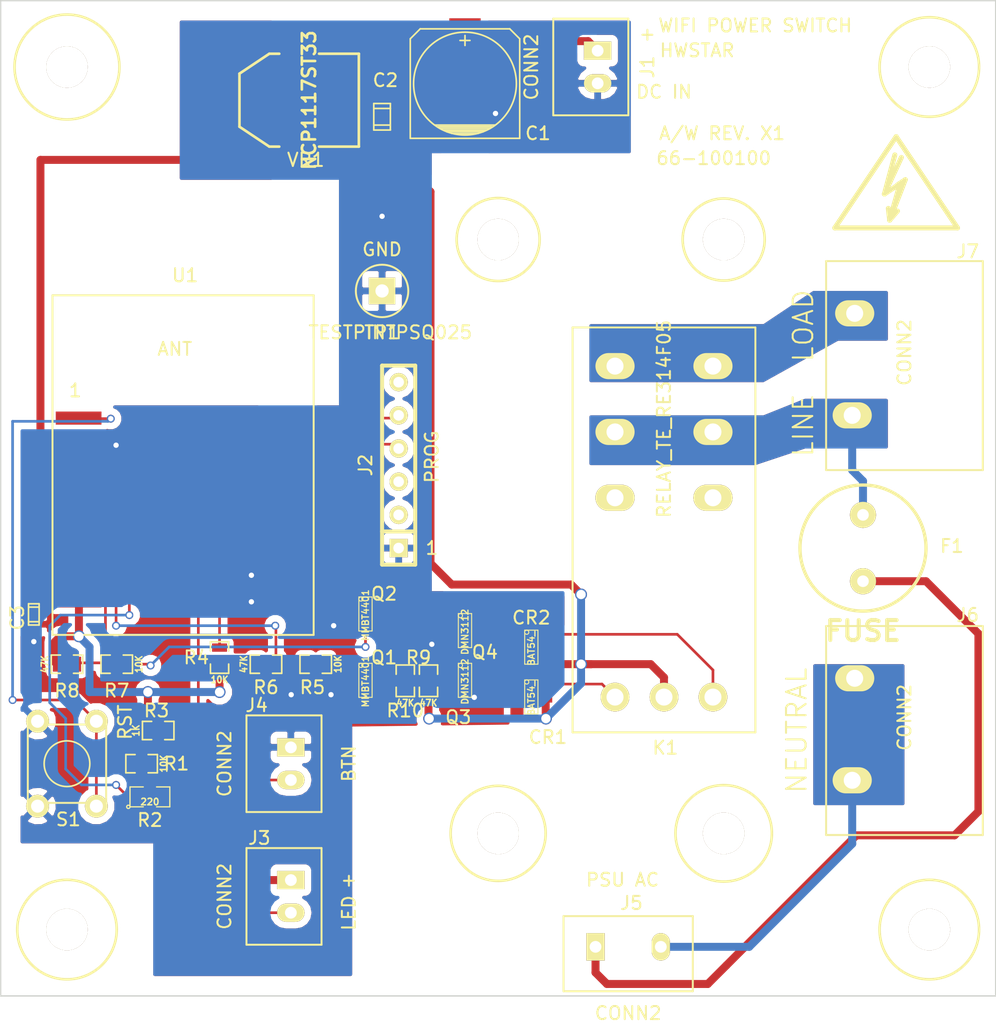
<source format=kicad_pcb>
(kicad_pcb (version 3) (host pcbnew "(2013-jul-07)-stable")

  (general
    (links 66)
    (no_connects 0)
    (area 154.186245 93.929999 259.0546 172.279)
    (thickness 1.6)
    (drawings 31)
    (tracks 208)
    (zones 0)
    (modules 41)
    (nets 23)
  )

  (page A3)
  (layers
    (15 F.Cu signal)
    (0 B.Cu signal)
    (16 B.Adhes user)
    (17 F.Adhes user)
    (18 B.Paste user)
    (19 F.Paste user)
    (20 B.SilkS user)
    (21 F.SilkS user)
    (22 B.Mask user)
    (23 F.Mask user)
    (24 Dwgs.User user)
    (25 Cmts.User user)
    (26 Eco1.User user)
    (27 Eco2.User user)
    (28 Edge.Cuts user)
  )

  (setup
    (last_trace_width 0.2032)
    (trace_clearance 0.2032)
    (zone_clearance 0.508)
    (zone_45_only no)
    (trace_min 0.2032)
    (segment_width 0.2)
    (edge_width 0.1)
    (via_size 0.6096)
    (via_drill 0.4064)
    (via_min_size 0.6096)
    (via_min_drill 0.4064)
    (uvia_size 0.6604)
    (uvia_drill 0.127)
    (uvias_allowed no)
    (uvia_min_size 0.508)
    (uvia_min_drill 0.127)
    (pcb_text_width 0.1524)
    (pcb_text_size 0.9906 0.9906)
    (mod_edge_width 0.15)
    (mod_text_size 1 1)
    (mod_text_width 0.1524)
    (pad_size 2 3)
    (pad_drill 1.3)
    (pad_to_mask_clearance 0)
    (aux_axis_origin 160.02 165.1)
    (visible_elements FFFF7FBF)
    (pcbplotparams
      (layerselection 284196865)
      (usegerberextensions true)
      (excludeedgelayer true)
      (linewidth 0.152400)
      (plotframeref false)
      (viasonmask false)
      (mode 1)
      (useauxorigin false)
      (hpglpennumber 1)
      (hpglpenspeed 20)
      (hpglpendiameter 15)
      (hpglpenoverlay 2)
      (psnegative false)
      (psa4output false)
      (plotreference true)
      (plotvalue false)
      (plotothertext true)
      (plotinvisibletext false)
      (padsonsilk false)
      (subtractmaskfromsilk false)
      (outputformat 1)
      (mirror false)
      (drillshape 0)
      (scaleselection 1)
      (outputdirectory /home/srodgers/projects/kicad/esp12-appliance-mod/66-100100-x1/))
  )

  (net 0 "")
  (net 1 +3.3V)
  (net 2 +5V)
  (net 3 /CLEAR)
  (net 4 /RXD)
  (net 5 /SET)
  (net 6 /TXD)
  (net 7 /~RST)
  (net 8 GND)
  (net 9 N-0000010)
  (net 10 N-0000011)
  (net 11 N-0000015)
  (net 12 N-0000016)
  (net 13 N-0000017)
  (net 14 N-0000018)
  (net 15 N-000002)
  (net 16 N-000003)
  (net 17 N-000004)
  (net 18 N-000005)
  (net 19 N-000006)
  (net 20 N-000007)
  (net 21 N-000008)
  (net 22 N-000009)

  (net_class Default "This is the default net class."
    (clearance 0.2032)
    (trace_width 0.2032)
    (via_dia 0.6096)
    (via_drill 0.4064)
    (uvia_dia 0.6604)
    (uvia_drill 0.127)
    (add_net "")
    (add_net /CLEAR)
    (add_net /RXD)
    (add_net /SET)
    (add_net /TXD)
    (add_net /~RST)
    (add_net GND)
    (add_net N-0000010)
    (add_net N-0000011)
    (add_net N-0000016)
    (add_net N-0000017)
    (add_net N-0000018)
    (add_net N-000002)
    (add_net N-000003)
    (add_net N-000004)
    (add_net N-000005)
    (add_net N-000006)
    (add_net N-000008)
    (add_net N-000009)
  )

  (net_class POWER ""
    (clearance 0.2032)
    (trace_width 0.6096)
    (via_dia 0.9144)
    (via_drill 0.7112)
    (uvia_dia 0.6604)
    (uvia_drill 0.127)
    (add_net +3.3V)
    (add_net +5V)
    (add_net N-0000015)
    (add_net N-000007)
  )

  (module SW_TACT_6MM (layer F.Cu) (tedit 551A0C20) (tstamp 55184B26)
    (at 160.02 152.4 90)
    (path /54E8FF72)
    (fp_text reference S1 (at -4.2672 0.1016 180) (layer F.SilkS)
      (effects (font (size 0.9906 0.9906) (thickness 0.1524)))
    )
    (fp_text value SW_TACT (at 0 1.016 90) (layer F.SilkS) hide
      (effects (font (size 1.016 1.016) (thickness 0.2032)))
    )
    (fp_line (start -3 -3) (end 3 -3) (layer F.SilkS) (width 0.15))
    (fp_line (start 3 -3) (end 3 3) (layer F.SilkS) (width 0.15))
    (fp_line (start 3 3) (end -3 3) (layer F.SilkS) (width 0.15))
    (fp_line (start -3 3) (end -3 -3) (layer F.SilkS) (width 0.15))
    (fp_circle (center 0 0) (end 0 -1.75) (layer F.SilkS) (width 0.127))
    (pad 4 thru_hole circle (at 3.25 -2.25 90) (size 1.75 1.75) (drill 1)
      (layers *.Cu *.Mask F.SilkS)
      (net 8 GND)
    )
    (pad 2 thru_hole circle (at 3.25 2.25 90) (size 1.75 1.75) (drill 1)
      (layers *.Cu *.Mask F.SilkS)
      (net 7 /~RST)
    )
    (pad 3 thru_hole circle (at -3.25 -2.25 90) (size 1.75 1.75) (drill 1)
      (layers *.Cu *.Mask F.SilkS)
      (net 8 GND)
    )
    (pad 1 thru_hole circle (at -3.25 2.25 90) (size 1.75 1.75) (drill 1)
      (layers *.Cu *.Mask F.SilkS)
      (net 7 /~RST)
    )
  )

  (module SOT23 (layer F.Cu) (tedit 551A0B07) (tstamp 55184B32)
    (at 182.88 140.97 270)
    (tags SOT23)
    (path /54E92E4A)
    (fp_text reference Q2 (at -1.5748 -1.4224 360) (layer F.SilkS)
      (effects (font (size 0.9906 0.9906) (thickness 0.1524)))
    )
    (fp_text value MMBT4401 (at 0.0635 0 270) (layer F.SilkS)
      (effects (font (size 0.50038 0.50038) (thickness 0.09906)))
    )
    (fp_circle (center -1.17602 0.35052) (end -1.30048 0.44958) (layer F.SilkS) (width 0.07874))
    (fp_line (start 1.27 -0.508) (end 1.27 0.508) (layer F.SilkS) (width 0.07874))
    (fp_line (start -1.3335 -0.508) (end -1.3335 0.508) (layer F.SilkS) (width 0.07874))
    (fp_line (start 1.27 0.508) (end -1.3335 0.508) (layer F.SilkS) (width 0.07874))
    (fp_line (start -1.3335 -0.508) (end 1.27 -0.508) (layer F.SilkS) (width 0.07874))
    (pad 3 smd rect (at 0 -1.09982 270) (size 0.8001 1.00076)
      (layers F.Cu F.Paste F.Mask)
      (net 18 N-000005)
    )
    (pad 2 smd rect (at 0.9525 1.09982 270) (size 0.8001 1.00076)
      (layers F.Cu F.Paste F.Mask)
      (net 8 GND)
    )
    (pad 1 smd rect (at -0.9525 1.09982 270) (size 0.8001 1.00076)
      (layers F.Cu F.Paste F.Mask)
      (net 17 N-000004)
    )
    (model smd\SOT23_3.wrl
      (at (xyz 0 0 0))
      (scale (xyz 0.4 0.4 0.4))
      (rotate (xyz 0 0 180))
    )
  )

  (module SOT23 (layer F.Cu) (tedit 551A0A66) (tstamp 55184B3E)
    (at 190.5 146.05 270)
    (tags SOT23)
    (path /55182C66)
    (fp_text reference Q3 (at 2.794 0.508 360) (layer F.SilkS)
      (effects (font (size 0.9906 0.9906) (thickness 0.1524)))
    )
    (fp_text value DMN3112 (at 0.0635 0 270) (layer F.SilkS)
      (effects (font (size 0.50038 0.50038) (thickness 0.09906)))
    )
    (fp_circle (center -1.17602 0.35052) (end -1.30048 0.44958) (layer F.SilkS) (width 0.07874))
    (fp_line (start 1.27 -0.508) (end 1.27 0.508) (layer F.SilkS) (width 0.07874))
    (fp_line (start -1.3335 -0.508) (end -1.3335 0.508) (layer F.SilkS) (width 0.07874))
    (fp_line (start 1.27 0.508) (end -1.3335 0.508) (layer F.SilkS) (width 0.07874))
    (fp_line (start -1.3335 -0.508) (end 1.27 -0.508) (layer F.SilkS) (width 0.07874))
    (pad 3 smd rect (at 0 -1.09982 270) (size 0.8001 1.00076)
      (layers F.Cu F.Paste F.Mask)
      (net 5 /SET)
    )
    (pad 2 smd rect (at 0.9525 1.09982 270) (size 0.8001 1.00076)
      (layers F.Cu F.Paste F.Mask)
      (net 8 GND)
    )
    (pad 1 smd rect (at -0.9525 1.09982 270) (size 0.8001 1.00076)
      (layers F.Cu F.Paste F.Mask)
      (net 20 N-000007)
    )
    (model smd\SOT23_3.wrl
      (at (xyz 0 0 0))
      (scale (xyz 0.4 0.4 0.4))
      (rotate (xyz 0 0 180))
    )
  )

  (module SOT23 (layer F.Cu) (tedit 551A0CB4) (tstamp 55184B4A)
    (at 195.58 147.32 270)
    (tags SOT23)
    (path /54E95453)
    (fp_text reference CR1 (at 3.048 -1.27 360) (layer F.SilkS)
      (effects (font (size 0.9906 0.9906) (thickness 0.1524)))
    )
    (fp_text value BAT54_ (at 0.0635 0 270) (layer F.SilkS)
      (effects (font (size 0.50038 0.50038) (thickness 0.09906)))
    )
    (fp_circle (center -1.17602 0.35052) (end -1.30048 0.44958) (layer F.SilkS) (width 0.07874))
    (fp_line (start 1.27 -0.508) (end 1.27 0.508) (layer F.SilkS) (width 0.07874))
    (fp_line (start -1.3335 -0.508) (end -1.3335 0.508) (layer F.SilkS) (width 0.07874))
    (fp_line (start 1.27 0.508) (end -1.3335 0.508) (layer F.SilkS) (width 0.07874))
    (fp_line (start -1.3335 -0.508) (end 1.27 -0.508) (layer F.SilkS) (width 0.07874))
    (pad 3 smd rect (at 0 -1.09982 270) (size 0.8001 1.00076)
      (layers F.Cu F.Paste F.Mask)
      (net 2 +5V)
    )
    (pad 2 smd rect (at 0.9525 1.09982 270) (size 0.8001 1.00076)
      (layers F.Cu F.Paste F.Mask)
    )
    (pad 1 smd rect (at -0.9525 1.09982 270) (size 0.8001 1.00076)
      (layers F.Cu F.Paste F.Mask)
      (net 5 /SET)
    )
    (model smd\SOT23_3.wrl
      (at (xyz 0 0 0))
      (scale (xyz 0.4 0.4 0.4))
      (rotate (xyz 0 0 180))
    )
  )

  (module SOT23 (layer F.Cu) (tedit 551A0A47) (tstamp 55184B56)
    (at 195.58 143.51 270)
    (tags SOT23)
    (path /54E95446)
    (fp_text reference CR2 (at -2.286 0 360) (layer F.SilkS)
      (effects (font (size 0.9906 0.9906) (thickness 0.1524)))
    )
    (fp_text value BAT54_ (at 0.0635 0 270) (layer F.SilkS)
      (effects (font (size 0.50038 0.50038) (thickness 0.09906)))
    )
    (fp_circle (center -1.17602 0.35052) (end -1.30048 0.44958) (layer F.SilkS) (width 0.07874))
    (fp_line (start 1.27 -0.508) (end 1.27 0.508) (layer F.SilkS) (width 0.07874))
    (fp_line (start -1.3335 -0.508) (end -1.3335 0.508) (layer F.SilkS) (width 0.07874))
    (fp_line (start 1.27 0.508) (end -1.3335 0.508) (layer F.SilkS) (width 0.07874))
    (fp_line (start -1.3335 -0.508) (end 1.27 -0.508) (layer F.SilkS) (width 0.07874))
    (pad 3 smd rect (at 0 -1.09982 270) (size 0.8001 1.00076)
      (layers F.Cu F.Paste F.Mask)
      (net 2 +5V)
    )
    (pad 2 smd rect (at 0.9525 1.09982 270) (size 0.8001 1.00076)
      (layers F.Cu F.Paste F.Mask)
    )
    (pad 1 smd rect (at -0.9525 1.09982 270) (size 0.8001 1.00076)
      (layers F.Cu F.Paste F.Mask)
      (net 3 /CLEAR)
    )
    (model smd\SOT23_3.wrl
      (at (xyz 0 0 0))
      (scale (xyz 0.4 0.4 0.4))
      (rotate (xyz 0 0 180))
    )
  )

  (module SOT23 (layer F.Cu) (tedit 551A0A54) (tstamp 55184B62)
    (at 190.5 142.24 270)
    (tags SOT23)
    (path /55182C75)
    (fp_text reference Q4 (at 1.6256 -1.524 360) (layer F.SilkS)
      (effects (font (size 0.9906 0.9906) (thickness 0.1524)))
    )
    (fp_text value DMN3112 (at 0.0635 0 270) (layer F.SilkS)
      (effects (font (size 0.50038 0.50038) (thickness 0.09906)))
    )
    (fp_circle (center -1.17602 0.35052) (end -1.30048 0.44958) (layer F.SilkS) (width 0.07874))
    (fp_line (start 1.27 -0.508) (end 1.27 0.508) (layer F.SilkS) (width 0.07874))
    (fp_line (start -1.3335 -0.508) (end -1.3335 0.508) (layer F.SilkS) (width 0.07874))
    (fp_line (start 1.27 0.508) (end -1.3335 0.508) (layer F.SilkS) (width 0.07874))
    (fp_line (start -1.3335 -0.508) (end 1.27 -0.508) (layer F.SilkS) (width 0.07874))
    (pad 3 smd rect (at 0 -1.09982 270) (size 0.8001 1.00076)
      (layers F.Cu F.Paste F.Mask)
      (net 3 /CLEAR)
    )
    (pad 2 smd rect (at 0.9525 1.09982 270) (size 0.8001 1.00076)
      (layers F.Cu F.Paste F.Mask)
      (net 8 GND)
    )
    (pad 1 smd rect (at -0.9525 1.09982 270) (size 0.8001 1.00076)
      (layers F.Cu F.Paste F.Mask)
      (net 18 N-000005)
    )
    (model smd\SOT23_3.wrl
      (at (xyz 0 0 0))
      (scale (xyz 0.4 0.4 0.4))
      (rotate (xyz 0 0 180))
    )
  )

  (module SOT23 (layer F.Cu) (tedit 551A0AFA) (tstamp 55184B6E)
    (at 182.88 146.05 270)
    (tags SOT23)
    (path /54E92E37)
    (fp_text reference Q1 (at -1.778 -1.4224 360) (layer F.SilkS)
      (effects (font (size 0.9906 0.9906) (thickness 0.1524)))
    )
    (fp_text value MMBT4401 (at 0.0635 0 270) (layer F.SilkS)
      (effects (font (size 0.50038 0.50038) (thickness 0.09906)))
    )
    (fp_circle (center -1.17602 0.35052) (end -1.30048 0.44958) (layer F.SilkS) (width 0.07874))
    (fp_line (start 1.27 -0.508) (end 1.27 0.508) (layer F.SilkS) (width 0.07874))
    (fp_line (start -1.3335 -0.508) (end -1.3335 0.508) (layer F.SilkS) (width 0.07874))
    (fp_line (start 1.27 0.508) (end -1.3335 0.508) (layer F.SilkS) (width 0.07874))
    (fp_line (start -1.3335 -0.508) (end 1.27 -0.508) (layer F.SilkS) (width 0.07874))
    (pad 3 smd rect (at 0 -1.09982 270) (size 0.8001 1.00076)
      (layers F.Cu F.Paste F.Mask)
      (net 20 N-000007)
    )
    (pad 2 smd rect (at 0.9525 1.09982 270) (size 0.8001 1.00076)
      (layers F.Cu F.Paste F.Mask)
      (net 8 GND)
    )
    (pad 1 smd rect (at -0.9525 1.09982 270) (size 0.8001 1.00076)
      (layers F.Cu F.Paste F.Mask)
      (net 10 N-0000011)
    )
    (model smd\SOT23_3.wrl
      (at (xyz 0 0 0))
      (scale (xyz 0.4 0.4 0.4))
      (rotate (xyz 0 0 180))
    )
  )

  (module SOT223 (layer F.Cu) (tedit 551A099C) (tstamp 55184B7E)
    (at 177.8 101.6 90)
    (descr "module CMS SOT223 4 pins")
    (tags "CMS SOT")
    (path /54E8F6C3)
    (attr smd)
    (fp_text reference VR1 (at -4.572 0.508 180) (layer F.SilkS)
      (effects (font (size 1.016 1.016) (thickness 0.1524)))
    )
    (fp_text value NCP1117ST33 (at 0 0.762 90) (layer F.SilkS)
      (effects (font (size 1.016 1.016) (thickness 0.2032)))
    )
    (fp_line (start -3.556 1.524) (end -3.556 4.572) (layer F.SilkS) (width 0.2032))
    (fp_line (start -3.556 4.572) (end 3.556 4.572) (layer F.SilkS) (width 0.2032))
    (fp_line (start 3.556 4.572) (end 3.556 1.524) (layer F.SilkS) (width 0.2032))
    (fp_line (start -3.556 -1.524) (end -3.556 -2.286) (layer F.SilkS) (width 0.2032))
    (fp_line (start -3.556 -2.286) (end -2.032 -4.572) (layer F.SilkS) (width 0.2032))
    (fp_line (start -2.032 -4.572) (end 2.032 -4.572) (layer F.SilkS) (width 0.2032))
    (fp_line (start 2.032 -4.572) (end 3.556 -2.286) (layer F.SilkS) (width 0.2032))
    (fp_line (start 3.556 -2.286) (end 3.556 -1.524) (layer F.SilkS) (width 0.2032))
    (pad 4 smd rect (at 0 -3.302 90) (size 3.6576 2.032)
      (layers F.Cu F.Paste F.Mask)
      (net 1 +3.3V)
    )
    (pad 2 smd rect (at 0 3.302 90) (size 1.016 2.032)
      (layers F.Cu F.Paste F.Mask)
      (net 1 +3.3V)
    )
    (pad 3 smd rect (at 2.286 3.302 90) (size 1.016 2.032)
      (layers F.Cu F.Paste F.Mask)
      (net 2 +5V)
    )
    (pad 1 smd rect (at -2.286 3.302 90) (size 1.016 2.032)
      (layers F.Cu F.Paste F.Mask)
      (net 8 GND)
    )
    (model smd/SOT223.wrl
      (at (xyz 0 0 0))
      (scale (xyz 0.4 0.4 0.4))
      (rotate (xyz 0 0 0))
    )
  )

  (module JST_B2B_XH_A (layer F.Cu) (tedit 551A09B0) (tstamp 55184B97)
    (at 200.66 99.06 270)
    (path /55183AF0)
    (fp_text reference J1 (at 0 -3.81 270) (layer F.SilkS)
      (effects (font (size 1 1) (thickness 0.1524)))
    )
    (fp_text value CONN2 (at 0 5.08 270) (layer F.SilkS)
      (effects (font (size 1 1) (thickness 0.15)))
    )
    (fp_line (start -3.7 -2.35) (end 3.7 -2.35) (layer F.SilkS) (width 0.15))
    (fp_line (start 3.7 -2.35) (end 3.7 3.4) (layer F.SilkS) (width 0.15))
    (fp_line (start 3.7 3.4) (end -3.7 3.4) (layer F.SilkS) (width 0.15))
    (fp_line (start -3.7 3.4) (end -3.7 -2.35) (layer F.SilkS) (width 0.15))
    (pad 1 thru_hole rect (at -1.25 0 270) (size 1.4 2.1) (drill 0.9)
      (layers *.Cu *.Mask F.SilkS)
      (net 2 +5V)
    )
    (pad 2 thru_hole oval (at 1.25 0 270) (size 1.4 2.1) (drill 0.9)
      (layers *.Cu *.Mask F.SilkS)
      (net 8 GND)
    )
  )

  (module JST_B2B_XH_A (layer F.Cu) (tedit 551A0B33) (tstamp 55184BA1)
    (at 177.165 162.56 270)
    (path /54ECF07C)
    (fp_text reference J3 (at -4.4704 2.413 360) (layer F.SilkS)
      (effects (font (size 0.9906 0.9906) (thickness 0.1524)))
    )
    (fp_text value CONN2 (at 0 5.08 270) (layer F.SilkS)
      (effects (font (size 1 1) (thickness 0.15)))
    )
    (fp_line (start -3.7 -2.35) (end 3.7 -2.35) (layer F.SilkS) (width 0.15))
    (fp_line (start 3.7 -2.35) (end 3.7 3.4) (layer F.SilkS) (width 0.15))
    (fp_line (start 3.7 3.4) (end -3.7 3.4) (layer F.SilkS) (width 0.15))
    (fp_line (start -3.7 3.4) (end -3.7 -2.35) (layer F.SilkS) (width 0.15))
    (pad 1 thru_hole rect (at -1.25 0 270) (size 1.4 2.1) (drill 0.9)
      (layers *.Cu *.Mask F.SilkS)
      (net 1 +3.3V)
    )
    (pad 2 thru_hole oval (at 1.25 0 270) (size 1.4 2.1) (drill 0.9)
      (layers *.Cu *.Mask F.SilkS)
      (net 16 N-000003)
    )
  )

  (module JST_B2B_XH_A (layer F.Cu) (tedit 551A0B23) (tstamp 55184BAB)
    (at 177.165 152.4 270)
    (path /54E902B6)
    (fp_text reference J4 (at -4.4704 2.6162 360) (layer F.SilkS)
      (effects (font (size 0.9906 0.9906) (thickness 0.1524)))
    )
    (fp_text value CONN2 (at 0 5.08 270) (layer F.SilkS)
      (effects (font (size 1 1) (thickness 0.15)))
    )
    (fp_line (start -3.7 -2.35) (end 3.7 -2.35) (layer F.SilkS) (width 0.15))
    (fp_line (start 3.7 -2.35) (end 3.7 3.4) (layer F.SilkS) (width 0.15))
    (fp_line (start 3.7 3.4) (end -3.7 3.4) (layer F.SilkS) (width 0.15))
    (fp_line (start -3.7 3.4) (end -3.7 -2.35) (layer F.SilkS) (width 0.15))
    (pad 1 thru_hole rect (at -1.25 0 270) (size 1.4 2.1) (drill 0.9)
      (layers *.Cu *.Mask F.SilkS)
      (net 8 GND)
    )
    (pad 2 thru_hole oval (at 1.25 0 270) (size 1.4 2.1) (drill 0.9)
      (layers *.Cu *.Mask F.SilkS)
      (net 22 N-000009)
    )
  )

  (module c_elec_8x10 (layer F.Cu) (tedit 551A0993) (tstamp 55184BC0)
    (at 190.5 100.33 90)
    (descr "SMT capacitor, aluminium electrolytic, 8x10")
    (path /55176475)
    (fp_text reference C1 (at -3.81 5.588 180) (layer F.SilkS)
      (effects (font (size 0.9906 0.9906) (thickness 0.1524)))
    )
    (fp_text value 470 (at 0 4.826 90) (layer F.SilkS) hide
      (effects (font (size 0.50038 0.50038) (thickness 0.11938)))
    )
    (fp_line (start -3.81 -1.016) (end -3.81 1.016) (layer F.SilkS) (width 0.127))
    (fp_line (start -3.683 1.397) (end -3.683 -1.397) (layer F.SilkS) (width 0.127))
    (fp_line (start -3.556 -1.651) (end -3.556 1.651) (layer F.SilkS) (width 0.127))
    (fp_line (start -3.429 1.905) (end -3.429 -1.905) (layer F.SilkS) (width 0.127))
    (fp_line (start -3.302 2.032) (end -3.302 -2.032) (layer F.SilkS) (width 0.127))
    (fp_line (start -3.175 -2.286) (end -3.175 2.286) (layer F.SilkS) (width 0.127))
    (fp_circle (center 0 0) (end 3.937 0) (layer F.SilkS) (width 0.127))
    (fp_line (start -4.191 -4.191) (end -4.191 4.191) (layer F.SilkS) (width 0.127))
    (fp_line (start -4.191 4.191) (end 3.429 4.191) (layer F.SilkS) (width 0.127))
    (fp_line (start 3.429 4.191) (end 4.191 3.429) (layer F.SilkS) (width 0.127))
    (fp_line (start 4.191 3.429) (end 4.191 -3.429) (layer F.SilkS) (width 0.127))
    (fp_line (start 4.191 -3.429) (end 3.429 -4.191) (layer F.SilkS) (width 0.127))
    (fp_line (start 3.429 -4.191) (end -4.191 -4.191) (layer F.SilkS) (width 0.127))
    (fp_line (start 3.683 0) (end 2.921 0) (layer F.SilkS) (width 0.127))
    (fp_line (start 3.302 -0.381) (end 3.302 0.381) (layer F.SilkS) (width 0.127))
    (pad 1 smd rect (at 3.2512 0 90) (size 3.50012 2.4003)
      (layers F.Cu F.Paste F.Mask)
      (net 2 +5V)
    )
    (pad 2 smd rect (at -3.2512 0 90) (size 3.50012 2.4003)
      (layers F.Cu F.Paste F.Mask)
      (net 8 GND)
    )
    (model smd/capacitors/c_elec_8x10.wrl
      (at (xyz 0 0 0))
      (scale (xyz 1 1 1))
      (rotate (xyz 0 0 0))
    )
  )

  (module c_0603 (layer F.Cu) (tedit 551A0C08) (tstamp 55184BCC)
    (at 157.48 140.97 90)
    (descr "SMT capacitor, 0603")
    (path /5516DDB6)
    (fp_text reference C3 (at -0.254 -1.27 90) (layer F.SilkS)
      (effects (font (size 0.9906 0.9906) (thickness 0.1524)))
    )
    (fp_text value 0.1U (at 0 0.635 90) (layer F.SilkS) hide
      (effects (font (size 0.20066 0.20066) (thickness 0.04064)))
    )
    (fp_line (start 0.5588 0.4064) (end 0.5588 -0.4064) (layer F.SilkS) (width 0.127))
    (fp_line (start -0.5588 -0.381) (end -0.5588 0.4064) (layer F.SilkS) (width 0.127))
    (fp_line (start -0.8128 -0.4064) (end 0.8128 -0.4064) (layer F.SilkS) (width 0.127))
    (fp_line (start 0.8128 -0.4064) (end 0.8128 0.4064) (layer F.SilkS) (width 0.127))
    (fp_line (start 0.8128 0.4064) (end -0.8128 0.4064) (layer F.SilkS) (width 0.127))
    (fp_line (start -0.8128 0.4064) (end -0.8128 -0.4064) (layer F.SilkS) (width 0.127))
    (pad 1 smd rect (at 0.75184 0 90) (size 0.89916 1.00076)
      (layers F.Cu F.Paste F.Mask)
      (net 1 +3.3V)
    )
    (pad 2 smd rect (at -0.75184 0 90) (size 0.89916 1.00076)
      (layers F.Cu F.Paste F.Mask)
      (net 8 GND)
    )
    (model smd/capacitors/c_0603.wrl
      (at (xyz 0 0 0))
      (scale (xyz 1 1 1))
      (rotate (xyz 0 0 0))
    )
  )

  (module BELFUSE_MRT (layer F.Cu) (tedit 551A0A15) (tstamp 55184BE0)
    (at 220.98 135.89)
    (descr "Capacitor, pol, cyl 8x13mm")
    (path /54E9505A)
    (fp_text reference F1 (at 6.8072 -0.1524) (layer F.SilkS)
      (effects (font (size 0.9906 0.9906) (thickness 0.1524)))
    )
    (fp_text value FUSE (at 0 6.35) (layer F.SilkS)
      (effects (font (size 1.524 1.524) (thickness 0.3048)))
    )
    (fp_circle (center 0 0) (end -4.826 0) (layer F.SilkS) (width 0.254))
    (pad 1 thru_hole circle (at 0 2.54) (size 1.99898 1.99898) (drill 0.889)
      (layers *.Cu *.Mask F.SilkS)
      (net 12 N-0000016)
    )
    (pad 2 thru_hole circle (at 0 -2.54) (size 1.99898 1.99898) (drill 0.889)
      (layers *.Cu *.Mask F.SilkS)
      (net 19 N-000006)
    )
    (model discret/capacitor/cp_8x13mm.wrl
      (at (xyz 0 0 0))
      (scale (xyz 1 1 1))
      (rotate (xyz 0 0 0))
    )
  )

  (module RELAY_TE_RE314F (layer F.Cu) (tedit 551A09EC) (tstamp 55187F58)
    (at 205.74 127 90)
    (path /54E94D3C)
    (fp_text reference K1 (at -24.1808 0.1016 180) (layer F.SilkS)
      (effects (font (size 1 1) (thickness 0.1524)))
    )
    (fp_text value RELAY_TE_RE314F05 (at 1 0 90) (layer F.SilkS)
      (effects (font (size 1 1) (thickness 0.15)))
    )
    (fp_line (start -23 -7) (end 8 -7) (layer F.SilkS) (width 0.15))
    (fp_line (start 8 -7) (end 8 7) (layer F.SilkS) (width 0.15))
    (fp_line (start 8 7) (end -23 7) (layer F.SilkS) (width 0.15))
    (fp_line (start -23 7) (end -23 -7) (layer F.SilkS) (width 0.15))
    (pad A3 thru_hole oval (at -20.3 0 90) (size 2.2 2.2) (drill 1.3)
      (layers *.Cu *.Mask F.SilkS)
      (net 2 +5V)
    )
    (pad A1 thru_hole oval (at -20.3 3.75 90) (size 2.2 2.2) (drill 1.3)
      (layers *.Cu *.Mask F.SilkS)
      (net 3 /CLEAR)
    )
    (pad A2 thru_hole oval (at -20.3 -3.75 90) (size 2.2 2.2) (drill 1.3)
      (layers *.Cu *.Mask F.SilkS)
      (net 5 /SET)
    )
    (pad 11A thru_hole oval (at 0 3.75 90) (size 2 3) (drill 1.3)
      (layers *.Cu *.Mask F.SilkS)
      (net 19 N-000006)
    )
    (pad 11B thru_hole oval (at 0 -3.75 90) (size 2 3) (drill 1.3)
      (layers *.Cu *.Mask F.SilkS)
      (net 19 N-000006)
    )
    (pad 12A thru_hole oval (at -5.04 3.75 90) (size 2 3) (drill 1.3)
      (layers *.Cu *.Mask F.SilkS)
    )
    (pad 12B thru_hole oval (at -5.04 -3.75 90) (size 2 3) (drill 1.3)
      (layers *.Cu *.Mask F.SilkS)
    )
    (pad 14A thru_hole oval (at 5.04 3.75 90) (size 2 3) (drill 1.3)
      (layers *.Cu *.Mask F.SilkS)
      (net 11 N-0000015)
    )
    (pad 14B thru_hole oval (at 5.04 -3.75 90) (size 2 3) (drill 1.3)
      (layers *.Cu *.Mask F.SilkS)
      (net 11 N-0000015)
    )
  )

  (module ESP8266-ESP12 (layer F.Cu) (tedit 551A09A7) (tstamp 55187F70)
    (at 168.91 129.54 270)
    (path /55175BC0)
    (fp_text reference U1 (at -14.5288 -0.1524 360) (layer F.SilkS)
      (effects (font (size 1 1) (thickness 0.1524)))
    )
    (fp_text value ESP8266-ESP-12 (at 1 0 270) (layer F.SilkS) hide
      (effects (font (size 1 1) (thickness 0.15)))
    )
    (fp_line (start -13 -10) (end 13 -10) (layer F.SilkS) (width 0.15))
    (fp_line (start 13 -10) (end 13 10) (layer F.SilkS) (width 0.15))
    (fp_line (start 13 10) (end -13 10) (layer F.SilkS) (width 0.15))
    (fp_line (start -13 10) (end -13 -10) (layer F.SilkS) (width 0.15))
    (pad 1 smd rect (at -3.6 8 270) (size 1 3.5)
      (layers F.Cu F.Paste F.Mask)
      (net 7 /~RST)
    )
    (pad 2 smd rect (at -1.6 8 270) (size 1 3.5)
      (layers F.Cu F.Paste F.Mask)
      (net 8 GND)
    )
    (pad 3 smd rect (at 0.4 8 270) (size 1 3.5)
      (layers F.Cu F.Paste F.Mask)
      (net 1 +3.3V)
    )
    (pad 4 smd rect (at 2.4 8 270) (size 1 3.5)
      (layers F.Cu F.Paste F.Mask)
    )
    (pad 5 smd rect (at 4.4 8 270) (size 1 3.5)
      (layers F.Cu F.Paste F.Mask)
      (net 15 N-000002)
    )
    (pad 6 smd rect (at 6.4 8 270) (size 1 3.5)
      (layers F.Cu F.Paste F.Mask)
      (net 9 N-0000010)
    )
    (pad 7 smd rect (at 8.4 8 270) (size 1 3.5)
      (layers F.Cu F.Paste F.Mask)
      (net 13 N-0000017)
    )
    (pad 8 smd rect (at 10.4 8 270) (size 1 3.5)
      (layers F.Cu F.Paste F.Mask)
      (net 1 +3.3V)
    )
    (pad 9 smd rect (at 10.4 -8 270) (size 1 3.5)
      (layers F.Cu F.Paste F.Mask)
      (net 8 GND)
    )
    (pad 10 smd rect (at 8.4 -8 270) (size 1 3.5)
      (layers F.Cu F.Paste F.Mask)
      (net 8 GND)
    )
    (pad 11 smd rect (at 6.4 -8 270) (size 1 3.5)
      (layers F.Cu F.Paste F.Mask)
      (net 21 N-000008)
    )
    (pad 12 smd rect (at 4.4 -8 270) (size 1 3.5)
      (layers F.Cu F.Paste F.Mask)
      (net 22 N-000009)
    )
    (pad 13 smd rect (at 2.4 -8 270) (size 1 3.5)
      (layers F.Cu F.Paste F.Mask)
    )
    (pad 14 smd rect (at 0.4 -8 270) (size 1 3.5)
      (layers F.Cu F.Paste F.Mask)
    )
    (pad 15 smd rect (at -1.6 -8 270) (size 1 3.5)
      (layers F.Cu F.Paste F.Mask)
      (net 4 /RXD)
    )
    (pad 16 smd rect (at -3.6 -8 270) (size 1 3.5)
      (layers F.Cu F.Paste F.Mask)
      (net 6 /TXD)
    )
  )

  (module SIL-6 (layer F.Cu) (tedit 551A078F) (tstamp 55184B8D)
    (at 185.42 129.54 90)
    (descr "Connecteur 6 pins")
    (tags "CONN DEV")
    (path /54E8FB74)
    (fp_text reference J2 (at 0 -2.54 90) (layer F.SilkS)
      (effects (font (size 0.9906 0.9906) (thickness 0.14986)))
    )
    (fp_text value CONN6 (at 0 -2.54 90) (layer F.SilkS) hide
      (effects (font (size 1.524 1.016) (thickness 0.3048)))
    )
    (fp_line (start -7.62 1.27) (end -7.62 -1.27) (layer F.SilkS) (width 0.3048))
    (fp_line (start -7.62 -1.27) (end 7.62 -1.27) (layer F.SilkS) (width 0.3048))
    (fp_line (start 7.62 -1.27) (end 7.62 1.27) (layer F.SilkS) (width 0.3048))
    (fp_line (start 7.62 1.27) (end -7.62 1.27) (layer F.SilkS) (width 0.3048))
    (fp_line (start -5.08 1.27) (end -5.08 -1.27) (layer F.SilkS) (width 0.3048))
    (pad 1 thru_hole rect (at -6.35 0 90) (size 1.397 1.397) (drill 0.8128)
      (layers *.Cu *.Mask F.SilkS)
      (net 8 GND)
    )
    (pad 2 thru_hole circle (at -3.81 0 90) (size 1.397 1.397) (drill 0.8128)
      (layers *.Cu *.Mask F.SilkS)
    )
    (pad 3 thru_hole circle (at -1.27 0 90) (size 1.397 1.397) (drill 0.8128)
      (layers *.Cu *.Mask F.SilkS)
    )
    (pad 4 thru_hole circle (at 1.27 0 90) (size 1.397 1.397) (drill 0.8128)
      (layers *.Cu *.Mask F.SilkS)
      (net 4 /RXD)
    )
    (pad 5 thru_hole circle (at 3.81 0 90) (size 1.397 1.397) (drill 0.8128)
      (layers *.Cu *.Mask F.SilkS)
      (net 6 /TXD)
    )
    (pad 6 thru_hole circle (at 6.35 0 90) (size 1.397 1.397) (drill 0.8128)
      (layers *.Cu *.Mask F.SilkS)
    )
  )

  (module c_0805 (layer F.Cu) (tedit 551A098B) (tstamp 551A0968)
    (at 184.15 102.87 90)
    (descr "SMT capacitor, 0805")
    (path /54E8F820)
    (fp_text reference C2 (at 2.794 0.254 180) (layer F.SilkS)
      (effects (font (size 0.9906 0.9906) (thickness 0.1524)))
    )
    (fp_text value 10U (at 0 0.9906 90) (layer F.SilkS) hide
      (effects (font (size 0.29972 0.29972) (thickness 0.06096)))
    )
    (fp_line (start 0.635 -0.635) (end 0.635 0.635) (layer F.SilkS) (width 0.127))
    (fp_line (start -0.635 -0.635) (end -0.635 0.6096) (layer F.SilkS) (width 0.127))
    (fp_line (start -1.016 -0.635) (end 1.016 -0.635) (layer F.SilkS) (width 0.127))
    (fp_line (start 1.016 -0.635) (end 1.016 0.635) (layer F.SilkS) (width 0.127))
    (fp_line (start 1.016 0.635) (end -1.016 0.635) (layer F.SilkS) (width 0.127))
    (fp_line (start -1.016 0.635) (end -1.016 -0.635) (layer F.SilkS) (width 0.127))
    (pad 1 smd rect (at 0.9525 0 90) (size 1.30048 1.4986)
      (layers F.Cu F.Paste F.Mask)
      (net 1 +3.3V)
    )
    (pad 2 smd rect (at -0.9525 0 90) (size 1.30048 1.4986)
      (layers F.Cu F.Paste F.Mask)
      (net 8 GND)
    )
    (model smd/capacitors/c_0805.wrl
      (at (xyz 0 0 0))
      (scale (xyz 1 1 1))
      (rotate (xyz 0 0 0))
    )
  )

  (module 7R62vertscrewterm2pos (layer F.Cu) (tedit 551A0A20) (tstamp 551885D6)
    (at 224.155 121.92 90)
    (path /55185739)
    (fp_text reference J7 (at 8.7376 4.8514 180) (layer F.SilkS)
      (effects (font (size 1 1) (thickness 0.1524)))
    )
    (fp_text value CONN2 (at 1 0 90) (layer F.SilkS)
      (effects (font (size 1 1) (thickness 0.15)))
    )
    (fp_line (start -8 -6) (end -8 6) (layer F.SilkS) (width 0.15))
    (fp_line (start -8 6) (end 8 6) (layer F.SilkS) (width 0.15))
    (fp_line (start 8 6) (end 8 -6) (layer F.SilkS) (width 0.15))
    (fp_line (start 8 -6) (end -8 -6) (layer F.SilkS) (width 0.15))
    (pad 1 thru_hole oval (at -3.81 -4 90) (size 2 3) (drill 1.3)
      (layers *.Cu *.Mask F.SilkS)
      (net 19 N-000006)
    )
    (pad 2 thru_hole oval (at 4 -3.81 90) (size 2 3) (drill 1.3)
      (layers *.Cu *.Mask F.SilkS)
      (net 11 N-0000015)
    )
  )

  (module 7R62vertscrewterm2pos (layer F.Cu) (tedit 551A0A1B) (tstamp 551885F7)
    (at 224.155 149.86 90)
    (path /55185733)
    (fp_text reference J6 (at 8.8392 4.8514 180) (layer F.SilkS)
      (effects (font (size 1 1) (thickness 0.1524)))
    )
    (fp_text value CONN2 (at 1 0 90) (layer F.SilkS)
      (effects (font (size 1 1) (thickness 0.15)))
    )
    (fp_line (start -8 -6) (end -8 6) (layer F.SilkS) (width 0.15))
    (fp_line (start -8 6) (end 8 6) (layer F.SilkS) (width 0.15))
    (fp_line (start 8 6) (end 8 -6) (layer F.SilkS) (width 0.15))
    (fp_line (start 8 -6) (end -8 -6) (layer F.SilkS) (width 0.15))
    (pad 1 thru_hole oval (at -3.81 -4 90) (size 2 3) (drill 1.3)
      (layers *.Cu *.Mask F.SilkS)
      (net 14 N-0000018)
    )
    (pad 2 thru_hole oval (at 4 -3.81 90) (size 2 3) (drill 1.3)
      (layers *.Cu *.Mask F.SilkS)
      (net 14 N-0000018)
    )
  )

  (module SM0805 (layer F.Cu) (tedit 551A0C65) (tstamp 551888B8)
    (at 166.37 154.94)
    (path /54E934ED)
    (attr smd)
    (fp_text reference R2 (at 0 1.778) (layer F.SilkS)
      (effects (font (size 0.9906 0.9906) (thickness 0.1524)))
    )
    (fp_text value 220 (at 0 0.381) (layer F.SilkS)
      (effects (font (size 0.50038 0.50038) (thickness 0.10922)))
    )
    (fp_circle (center -1.651 0.762) (end -1.651 0.635) (layer F.SilkS) (width 0.09906))
    (fp_line (start -0.508 0.762) (end -1.524 0.762) (layer F.SilkS) (width 0.09906))
    (fp_line (start -1.524 0.762) (end -1.524 -0.762) (layer F.SilkS) (width 0.09906))
    (fp_line (start -1.524 -0.762) (end -0.508 -0.762) (layer F.SilkS) (width 0.09906))
    (fp_line (start 0.508 -0.762) (end 1.524 -0.762) (layer F.SilkS) (width 0.09906))
    (fp_line (start 1.524 -0.762) (end 1.524 0.762) (layer F.SilkS) (width 0.09906))
    (fp_line (start 1.524 0.762) (end 0.508 0.762) (layer F.SilkS) (width 0.09906))
    (pad 1 smd rect (at -0.9525 0) (size 0.889 1.397)
      (layers F.Cu F.Paste F.Mask)
      (net 15 N-000002)
    )
    (pad 2 smd rect (at 0.9525 0) (size 0.889 1.397)
      (layers F.Cu F.Paste F.Mask)
      (net 16 N-000003)
    )
    (model smd/chip_cms.wrl
      (at (xyz 0 0 0))
      (scale (xyz 0.1 0.1 0.1))
      (rotate (xyz 0 0 0))
    )
  )

  (module SM0603_Resistor (layer F.Cu) (tedit 551A0C53) (tstamp 551888C4)
    (at 165.735 152.4 180)
    (path /54E8FEA6)
    (attr smd)
    (fp_text reference R1 (at -2.667 0 180) (layer F.SilkS)
      (effects (font (size 0.9906 0.9906) (thickness 0.1524)))
    )
    (fp_text value 10K (at -1.69926 0 270) (layer F.SilkS)
      (effects (font (size 0.508 0.4572) (thickness 0.1143)))
    )
    (fp_line (start -0.50038 -0.6985) (end -1.2065 -0.6985) (layer F.SilkS) (width 0.127))
    (fp_line (start -1.2065 -0.6985) (end -1.2065 0.6985) (layer F.SilkS) (width 0.127))
    (fp_line (start -1.2065 0.6985) (end -0.50038 0.6985) (layer F.SilkS) (width 0.127))
    (fp_line (start 1.2065 -0.6985) (end 0.50038 -0.6985) (layer F.SilkS) (width 0.127))
    (fp_line (start 1.2065 -0.6985) (end 1.2065 0.6985) (layer F.SilkS) (width 0.127))
    (fp_line (start 1.2065 0.6985) (end 0.50038 0.6985) (layer F.SilkS) (width 0.127))
    (pad 1 smd rect (at -0.762 0 180) (size 0.635 1.143)
      (layers F.Cu F.Paste F.Mask)
      (net 1 +3.3V)
    )
    (pad 2 smd rect (at 0.762 0 180) (size 0.635 1.143)
      (layers F.Cu F.Paste F.Mask)
      (net 7 /~RST)
    )
    (model smd\resistors\R0603.wrl
      (at (xyz 0 0 0.001))
      (scale (xyz 0.5 0.5 0.5))
      (rotate (xyz 0 0 0))
    )
  )

  (module SM0603_Resistor (layer F.Cu) (tedit 551A0C36) (tstamp 551888D0)
    (at 167.005 149.86)
    (path /54E9007F)
    (attr smd)
    (fp_text reference R3 (at -0.127 -1.524) (layer F.SilkS)
      (effects (font (size 0.9906 0.9906) (thickness 0.1524)))
    )
    (fp_text value 1K (at -1.69926 0 90) (layer F.SilkS)
      (effects (font (size 0.508 0.4572) (thickness 0.1143)))
    )
    (fp_line (start -0.50038 -0.6985) (end -1.2065 -0.6985) (layer F.SilkS) (width 0.127))
    (fp_line (start -1.2065 -0.6985) (end -1.2065 0.6985) (layer F.SilkS) (width 0.127))
    (fp_line (start -1.2065 0.6985) (end -0.50038 0.6985) (layer F.SilkS) (width 0.127))
    (fp_line (start 1.2065 -0.6985) (end 0.50038 -0.6985) (layer F.SilkS) (width 0.127))
    (fp_line (start 1.2065 -0.6985) (end 1.2065 0.6985) (layer F.SilkS) (width 0.127))
    (fp_line (start 1.2065 0.6985) (end 0.50038 0.6985) (layer F.SilkS) (width 0.127))
    (pad 1 smd rect (at -0.762 0) (size 0.635 1.143)
      (layers F.Cu F.Paste F.Mask)
      (net 1 +3.3V)
    )
    (pad 2 smd rect (at 0.762 0) (size 0.635 1.143)
      (layers F.Cu F.Paste F.Mask)
      (net 22 N-000009)
    )
    (model smd\resistors\R0603.wrl
      (at (xyz 0 0 0.001))
      (scale (xyz 0.5 0.5 0.5))
      (rotate (xyz 0 0 0))
    )
  )

  (module SM0603_Resistor (layer F.Cu) (tedit 551A0C90) (tstamp 551888DC)
    (at 171.704 144.272 90)
    (path /54E90085)
    (attr smd)
    (fp_text reference R4 (at 0 -1.778 180) (layer F.SilkS)
      (effects (font (size 0.9906 0.9906) (thickness 0.1524)))
    )
    (fp_text value 10K (at -1.69926 0 180) (layer F.SilkS)
      (effects (font (size 0.508 0.4572) (thickness 0.1143)))
    )
    (fp_line (start -0.50038 -0.6985) (end -1.2065 -0.6985) (layer F.SilkS) (width 0.127))
    (fp_line (start -1.2065 -0.6985) (end -1.2065 0.6985) (layer F.SilkS) (width 0.127))
    (fp_line (start -1.2065 0.6985) (end -0.50038 0.6985) (layer F.SilkS) (width 0.127))
    (fp_line (start 1.2065 -0.6985) (end 0.50038 -0.6985) (layer F.SilkS) (width 0.127))
    (fp_line (start 1.2065 -0.6985) (end 1.2065 0.6985) (layer F.SilkS) (width 0.127))
    (fp_line (start 1.2065 0.6985) (end 0.50038 0.6985) (layer F.SilkS) (width 0.127))
    (pad 1 smd rect (at -0.762 0 90) (size 0.635 1.143)
      (layers F.Cu F.Paste F.Mask)
      (net 1 +3.3V)
    )
    (pad 2 smd rect (at 0.762 0 90) (size 0.635 1.143)
      (layers F.Cu F.Paste F.Mask)
      (net 21 N-000008)
    )
    (model smd\resistors\R0603.wrl
      (at (xyz 0 0 0.001))
      (scale (xyz 0.5 0.5 0.5))
      (rotate (xyz 0 0 0))
    )
  )

  (module SM0603_Resistor (layer F.Cu) (tedit 551A0AE9) (tstamp 551888E8)
    (at 187.706 146.05 90)
    (path /54E92E6A)
    (attr smd)
    (fp_text reference R9 (at 1.778 -0.762 180) (layer F.SilkS)
      (effects (font (size 0.9906 0.9906) (thickness 0.1524)))
    )
    (fp_text value 47K (at -1.69926 0 180) (layer F.SilkS)
      (effects (font (size 0.508 0.4572) (thickness 0.1143)))
    )
    (fp_line (start -0.50038 -0.6985) (end -1.2065 -0.6985) (layer F.SilkS) (width 0.127))
    (fp_line (start -1.2065 -0.6985) (end -1.2065 0.6985) (layer F.SilkS) (width 0.127))
    (fp_line (start -1.2065 0.6985) (end -0.50038 0.6985) (layer F.SilkS) (width 0.127))
    (fp_line (start 1.2065 -0.6985) (end 0.50038 -0.6985) (layer F.SilkS) (width 0.127))
    (fp_line (start 1.2065 -0.6985) (end 1.2065 0.6985) (layer F.SilkS) (width 0.127))
    (fp_line (start 1.2065 0.6985) (end 0.50038 0.6985) (layer F.SilkS) (width 0.127))
    (pad 1 smd rect (at -0.762 0 90) (size 0.635 1.143)
      (layers F.Cu F.Paste F.Mask)
      (net 2 +5V)
    )
    (pad 2 smd rect (at 0.762 0 90) (size 0.635 1.143)
      (layers F.Cu F.Paste F.Mask)
      (net 20 N-000007)
    )
    (model smd\resistors\R0603.wrl
      (at (xyz 0 0 0.001))
      (scale (xyz 0.5 0.5 0.5))
      (rotate (xyz 0 0 0))
    )
  )

  (module SM0603_Resistor (layer F.Cu) (tedit 551A0AD0) (tstamp 551888F4)
    (at 185.928 146.05 90)
    (path /54E92E70)
    (attr smd)
    (fp_text reference R10 (at -2.286 0 180) (layer F.SilkS)
      (effects (font (size 0.9906 0.9906) (thickness 0.1524)))
    )
    (fp_text value 47K (at -1.69926 0 180) (layer F.SilkS)
      (effects (font (size 0.508 0.4572) (thickness 0.1143)))
    )
    (fp_line (start -0.50038 -0.6985) (end -1.2065 -0.6985) (layer F.SilkS) (width 0.127))
    (fp_line (start -1.2065 -0.6985) (end -1.2065 0.6985) (layer F.SilkS) (width 0.127))
    (fp_line (start -1.2065 0.6985) (end -0.50038 0.6985) (layer F.SilkS) (width 0.127))
    (fp_line (start 1.2065 -0.6985) (end 0.50038 -0.6985) (layer F.SilkS) (width 0.127))
    (fp_line (start 1.2065 -0.6985) (end 1.2065 0.6985) (layer F.SilkS) (width 0.127))
    (fp_line (start 1.2065 0.6985) (end 0.50038 0.6985) (layer F.SilkS) (width 0.127))
    (pad 1 smd rect (at -0.762 0 90) (size 0.635 1.143)
      (layers F.Cu F.Paste F.Mask)
      (net 2 +5V)
    )
    (pad 2 smd rect (at 0.762 0 90) (size 0.635 1.143)
      (layers F.Cu F.Paste F.Mask)
      (net 18 N-000005)
    )
    (model smd\resistors\R0603.wrl
      (at (xyz 0 0 0.001))
      (scale (xyz 0.5 0.5 0.5))
      (rotate (xyz 0 0 0))
    )
  )

  (module SM0603_Resistor (layer F.Cu) (tedit 551A0BA5) (tstamp 55188900)
    (at 179.07 144.78 180)
    (path /54E931F5)
    (attr smd)
    (fp_text reference R5 (at 0.254 -1.778 180) (layer F.SilkS)
      (effects (font (size 0.9906 0.9906) (thickness 0.1524)))
    )
    (fp_text value 10K (at -1.69926 0 270) (layer F.SilkS)
      (effects (font (size 0.508 0.4572) (thickness 0.1143)))
    )
    (fp_line (start -0.50038 -0.6985) (end -1.2065 -0.6985) (layer F.SilkS) (width 0.127))
    (fp_line (start -1.2065 -0.6985) (end -1.2065 0.6985) (layer F.SilkS) (width 0.127))
    (fp_line (start -1.2065 0.6985) (end -0.50038 0.6985) (layer F.SilkS) (width 0.127))
    (fp_line (start 1.2065 -0.6985) (end 0.50038 -0.6985) (layer F.SilkS) (width 0.127))
    (fp_line (start 1.2065 -0.6985) (end 1.2065 0.6985) (layer F.SilkS) (width 0.127))
    (fp_line (start 1.2065 0.6985) (end 0.50038 0.6985) (layer F.SilkS) (width 0.127))
    (pad 1 smd rect (at -0.762 0 180) (size 0.635 1.143)
      (layers F.Cu F.Paste F.Mask)
      (net 10 N-0000011)
    )
    (pad 2 smd rect (at 0.762 0 180) (size 0.635 1.143)
      (layers F.Cu F.Paste F.Mask)
      (net 9 N-0000010)
    )
    (model smd\resistors\R0603.wrl
      (at (xyz 0 0 0.001))
      (scale (xyz 0.5 0.5 0.5))
      (rotate (xyz 0 0 0))
    )
  )

  (module SM0603_Resistor (layer F.Cu) (tedit 551A0BE4) (tstamp 5518890C)
    (at 163.83 144.78 180)
    (path /54E931FB)
    (attr smd)
    (fp_text reference R7 (at 0 -2.032 180) (layer F.SilkS)
      (effects (font (size 0.9906 0.9906) (thickness 0.1524)))
    )
    (fp_text value 10K (at -1.69926 0 270) (layer F.SilkS)
      (effects (font (size 0.508 0.4572) (thickness 0.1143)))
    )
    (fp_line (start -0.50038 -0.6985) (end -1.2065 -0.6985) (layer F.SilkS) (width 0.127))
    (fp_line (start -1.2065 -0.6985) (end -1.2065 0.6985) (layer F.SilkS) (width 0.127))
    (fp_line (start -1.2065 0.6985) (end -0.50038 0.6985) (layer F.SilkS) (width 0.127))
    (fp_line (start 1.2065 -0.6985) (end 0.50038 -0.6985) (layer F.SilkS) (width 0.127))
    (fp_line (start 1.2065 -0.6985) (end 1.2065 0.6985) (layer F.SilkS) (width 0.127))
    (fp_line (start 1.2065 0.6985) (end 0.50038 0.6985) (layer F.SilkS) (width 0.127))
    (pad 1 smd rect (at -0.762 0 180) (size 0.635 1.143)
      (layers F.Cu F.Paste F.Mask)
      (net 17 N-000004)
    )
    (pad 2 smd rect (at 0.762 0 180) (size 0.635 1.143)
      (layers F.Cu F.Paste F.Mask)
      (net 13 N-0000017)
    )
    (model smd\resistors\R0603.wrl
      (at (xyz 0 0 0.001))
      (scale (xyz 0.5 0.5 0.5))
      (rotate (xyz 0 0 0))
    )
  )

  (module SM0603_Resistor (layer F.Cu) (tedit 551A0B9E) (tstamp 55188918)
    (at 175.26 144.78)
    (path /5518303B)
    (attr smd)
    (fp_text reference R6 (at 0 1.778) (layer F.SilkS)
      (effects (font (size 0.9906 0.9906) (thickness 0.1524)))
    )
    (fp_text value 47K (at -1.69926 0 90) (layer F.SilkS)
      (effects (font (size 0.508 0.4572) (thickness 0.1143)))
    )
    (fp_line (start -0.50038 -0.6985) (end -1.2065 -0.6985) (layer F.SilkS) (width 0.127))
    (fp_line (start -1.2065 -0.6985) (end -1.2065 0.6985) (layer F.SilkS) (width 0.127))
    (fp_line (start -1.2065 0.6985) (end -0.50038 0.6985) (layer F.SilkS) (width 0.127))
    (fp_line (start 1.2065 -0.6985) (end 0.50038 -0.6985) (layer F.SilkS) (width 0.127))
    (fp_line (start 1.2065 -0.6985) (end 1.2065 0.6985) (layer F.SilkS) (width 0.127))
    (fp_line (start 1.2065 0.6985) (end 0.50038 0.6985) (layer F.SilkS) (width 0.127))
    (pad 1 smd rect (at -0.762 0) (size 0.635 1.143)
      (layers F.Cu F.Paste F.Mask)
      (net 1 +3.3V)
    )
    (pad 2 smd rect (at 0.762 0) (size 0.635 1.143)
      (layers F.Cu F.Paste F.Mask)
      (net 9 N-0000010)
    )
    (model smd\resistors\R0603.wrl
      (at (xyz 0 0 0.001))
      (scale (xyz 0.5 0.5 0.5))
      (rotate (xyz 0 0 0))
    )
  )

  (module SM0603_Resistor (layer F.Cu) (tedit 551A0BE9) (tstamp 55188924)
    (at 160.02 144.78)
    (path /5518304B)
    (attr smd)
    (fp_text reference R8 (at 0 2.032) (layer F.SilkS)
      (effects (font (size 0.9906 0.9906) (thickness 0.1524)))
    )
    (fp_text value 47K (at -1.69926 0 90) (layer F.SilkS)
      (effects (font (size 0.508 0.4572) (thickness 0.1143)))
    )
    (fp_line (start -0.50038 -0.6985) (end -1.2065 -0.6985) (layer F.SilkS) (width 0.127))
    (fp_line (start -1.2065 -0.6985) (end -1.2065 0.6985) (layer F.SilkS) (width 0.127))
    (fp_line (start -1.2065 0.6985) (end -0.50038 0.6985) (layer F.SilkS) (width 0.127))
    (fp_line (start 1.2065 -0.6985) (end 0.50038 -0.6985) (layer F.SilkS) (width 0.127))
    (fp_line (start 1.2065 -0.6985) (end 1.2065 0.6985) (layer F.SilkS) (width 0.127))
    (fp_line (start 1.2065 0.6985) (end 0.50038 0.6985) (layer F.SilkS) (width 0.127))
    (pad 1 smd rect (at -0.762 0) (size 0.635 1.143)
      (layers F.Cu F.Paste F.Mask)
      (net 1 +3.3V)
    )
    (pad 2 smd rect (at 0.762 0) (size 0.635 1.143)
      (layers F.Cu F.Paste F.Mask)
      (net 13 N-0000017)
    )
    (model smd\resistors\R0603.wrl
      (at (xyz 0 0 0.001))
      (scale (xyz 0.5 0.5 0.5))
      (rotate (xyz 0 0 0))
    )
  )

  (module JST_B3B_SPECIAL (layer F.Cu) (tedit 551A09F3) (tstamp 5518892E)
    (at 202.9968 166.4208)
    (path /55183AEA)
    (fp_text reference J5 (at 0.254 -3.3528) (layer F.SilkS)
      (effects (font (size 1 1) (thickness 0.1524)))
    )
    (fp_text value CONN2 (at 0 5.08) (layer F.SilkS)
      (effects (font (size 1 1) (thickness 0.15)))
    )
    (fp_line (start -4.95 -2.35) (end 4.95 -2.35) (layer F.SilkS) (width 0.15))
    (fp_line (start 4.95 -2.35) (end 4.95 3.4) (layer F.SilkS) (width 0.15))
    (fp_line (start 4.95 3.4) (end -4.95 3.4) (layer F.SilkS) (width 0.15))
    (fp_line (start -4.95 3.4) (end -4.95 -2.35) (layer F.SilkS) (width 0.15))
    (pad 1 thru_hole rect (at -2.5 0) (size 1.4 2.1) (drill 0.9)
      (layers *.Cu *.Mask F.SilkS)
      (net 12 N-0000016)
    )
    (pad 2 thru_hole oval (at 2.5 0) (size 1.4 2.1) (drill 0.9)
      (layers *.Cu *.Mask F.SilkS)
      (net 14 N-0000018)
    )
  )

  (module TESTPIN (layer F.Cu) (tedit 551AD3A0) (tstamp 551B3262)
    (at 184.15 116.205)
    (path /551AD24A)
    (fp_text reference TP1 (at 0 3.175) (layer F.SilkS)
      (effects (font (size 1 1) (thickness 0.15)))
    )
    (fp_text value TESTPINTPSQ025 (at 0.635 3.175) (layer F.SilkS)
      (effects (font (size 1 1) (thickness 0.15)))
    )
    (fp_circle (center 0 0) (end 1.905 0.635) (layer F.SilkS) (width 0.15))
    (pad 1 thru_hole rect (at 0 0) (size 2.032 2.032) (drill 1.016)
      (layers *.Cu *.Mask F.SilkS)
      (net 8 GND)
    )
  )

  (module MTGHOLE125 (layer F.Cu) (tedit 551984C4) (tstamp 551B356B)
    (at 226.06 165.1)
    (fp_text reference MTGHOLE125 (at 0 3) (layer F.SilkS) hide
      (effects (font (size 1 1) (thickness 0.15)))
    )
    (fp_text value VAL** (at 0 -3) (layer F.SilkS) hide
      (effects (font (size 1 1) (thickness 0.15)))
    )
    (pad 1 thru_hole circle (at 0 0) (size 3.175 3.175) (drill 3.175)
      (layers *.Cu *.Mask F.SilkS)
    )
  )

  (module MTGHOLE125 (layer F.Cu) (tedit 551AD80B) (tstamp 551B3574)
    (at 210.185 158.115)
    (fp_text reference MTGHOLE125 (at 0 3) (layer F.SilkS) hide
      (effects (font (size 1 1) (thickness 0.15)))
    )
    (fp_text value VAL** (at 0 -3) (layer F.SilkS) hide
      (effects (font (size 1 1) (thickness 0.15)))
    )
    (pad 1 thru_hole circle (at 0.127 -0.381) (size 3.175 3.175) (drill 3.175)
      (layers *.Cu *.Mask F.SilkS)
    )
  )

  (module MTGHOLE125 (layer F.Cu) (tedit 551AD805) (tstamp 551B357D)
    (at 193.04 158.115)
    (fp_text reference MTGHOLE125 (at 0 3) (layer F.SilkS) hide
      (effects (font (size 1 1) (thickness 0.15)))
    )
    (fp_text value VAL** (at 0 -3) (layer F.SilkS) hide
      (effects (font (size 1 1) (thickness 0.15)))
    )
    (pad 1 thru_hole circle (at 0 -0.381) (size 3.175 3.175) (drill 3.175)
      (layers *.Cu *.Mask F.SilkS)
    )
  )

  (module MTGHOLE125 (layer F.Cu) (tedit 551984C4) (tstamp 551B3586)
    (at 160.02 165.1)
    (fp_text reference MTGHOLE125 (at 0 3) (layer F.SilkS) hide
      (effects (font (size 1 1) (thickness 0.15)))
    )
    (fp_text value VAL** (at 0 -3) (layer F.SilkS) hide
      (effects (font (size 1 1) (thickness 0.15)))
    )
    (pad 1 thru_hole circle (at 0 0) (size 3.175 3.175) (drill 3.175)
      (layers *.Cu *.Mask F.SilkS)
    )
  )

  (module MTGHOLE125 (layer F.Cu) (tedit 551984C4) (tstamp 551B358F)
    (at 160.02 99.06)
    (fp_text reference MTGHOLE125 (at 0 3) (layer F.SilkS) hide
      (effects (font (size 1 1) (thickness 0.15)))
    )
    (fp_text value VAL** (at 0 -3) (layer F.SilkS) hide
      (effects (font (size 1 1) (thickness 0.15)))
    )
    (pad 1 thru_hole circle (at 0 0) (size 3.175 3.175) (drill 3.175)
      (layers *.Cu *.Mask F.SilkS)
    )
  )

  (module MTGHOLE125 (layer F.Cu) (tedit 551984C4) (tstamp 551B3598)
    (at 226.06 99.06)
    (fp_text reference MTGHOLE125 (at 0 3) (layer F.SilkS) hide
      (effects (font (size 1 1) (thickness 0.15)))
    )
    (fp_text value VAL** (at 0 -3) (layer F.SilkS) hide
      (effects (font (size 1 1) (thickness 0.15)))
    )
    (pad 1 thru_hole circle (at 0 0) (size 3.175 3.175) (drill 3.175)
      (layers *.Cu *.Mask F.SilkS)
    )
  )

  (module MTGHOLE125 (layer F.Cu) (tedit 551AD6CC) (tstamp 551B35D4)
    (at 193.04 112.395)
    (fp_text reference MTGHOLE125 (at 0 3) (layer F.SilkS) hide
      (effects (font (size 1 1) (thickness 0.15)))
    )
    (fp_text value VAL** (at 0 -3) (layer F.SilkS) hide
      (effects (font (size 1 1) (thickness 0.15)))
    )
    (pad 1 thru_hole circle (at 0 -0.127) (size 3.175 3.175) (drill 3.175)
      (layers *.Cu *.Mask F.SilkS)
    )
  )

  (module MTGHOLE125 (layer F.Cu) (tedit 551AD724) (tstamp 551B35AA)
    (at 210.185 112.395)
    (fp_text reference MTGHOLE125 (at 0 3) (layer F.SilkS) hide
      (effects (font (size 1 1) (thickness 0.15)))
    )
    (fp_text value VAL** (at 0 -3) (layer F.SilkS) hide
      (effects (font (size 1 1) (thickness 0.15)))
    )
    (pad 1 thru_hole circle (at 0.127 -0.127) (size 3.175 3.175) (drill 3.175)
      (layers *.Cu *.Mask F.SilkS)
    )
  )

  (module Symbol_HighVoltage_Type2_SilkTop_VerySmall (layer F.Cu) (tedit 530E93F3) (tstamp 551B96BD)
    (at 223.52 108.585)
    (descr "Symbol, High Voltage, Type 2, Copper Top, Very Small,")
    (tags "Symbol, High Voltage, Type 2, Copper Top, Very Small,")
    (path Symbol_HighVoltage_Type2_CopperTop_VerySmall)
    (fp_text reference Sym (at -0.127 -5.715) (layer F.SilkS) hide
      (effects (font (size 1.524 1.524) (thickness 0.3048)))
    )
    (fp_text value Symbol_HighVoltage_Type2_SilkTop_VerySmall (at -0.381 4.572) (layer F.SilkS) hide
      (effects (font (size 1.524 1.524) (thickness 0.3048)))
    )
    (fp_line (start -0.49784 2.19964) (end 0.70104 -0.89916) (layer F.SilkS) (width 0.381))
    (fp_line (start 0.70104 -0.89916) (end 0.1016 -0.50038) (layer F.SilkS) (width 0.381))
    (fp_line (start -0.89916 0.20066) (end 0.40132 -2.60096) (layer F.SilkS) (width 0.381))
    (fp_line (start -0.49784 2.19964) (end 0.1016 1.50114) (layer F.SilkS) (width 0.381))
    (fp_line (start -0.09906 -2.79908) (end -0.89916 0.20066) (layer F.SilkS) (width 0.381))
    (fp_line (start -0.89916 0.20066) (end 0.29972 -0.59944) (layer F.SilkS) (width 0.381))
    (fp_line (start 0.29972 -0.59944) (end -0.49784 2.19964) (layer F.SilkS) (width 0.381))
    (fp_line (start -0.49784 2.19964) (end -0.59944 1.30048) (layer F.SilkS) (width 0.381))
    (fp_line (start 0 -4.191) (end 4.699 2.794) (layer F.SilkS) (width 0.381))
    (fp_line (start 4.699 2.794) (end -4.699 2.794) (layer F.SilkS) (width 0.381))
    (fp_line (start -4.699 2.794) (end 0 -4.191) (layer F.SilkS) (width 0.381))
  )

  (gr_text 66-100100 (at 209.55 106.045) (layer F.SilkS)
    (effects (font (size 0.9906 0.9906) (thickness 0.1524)))
  )
  (gr_text "GND\n" (at 184.15 113.03) (layer F.SilkS)
    (effects (font (size 0.9906 0.9906) (thickness 0.1524)))
  )
  (gr_text "A/W REV. X1" (at 210.185 104.14) (layer F.SilkS)
    (effects (font (size 0.9906 0.9906) (thickness 0.1524)))
  )
  (gr_text HWSTAR (at 208.28 97.79) (layer F.SilkS)
    (effects (font (size 0.9906 0.9906) (thickness 0.1524)))
  )
  (gr_text "WIFI POWER SWITCH" (at 212.725 95.885) (layer F.SilkS)
    (effects (font (size 0.9906 0.9906) (thickness 0.1524)))
  )
  (gr_text 1 (at 187.96 135.89) (layer F.SilkS)
    (effects (font (size 0.9906 0.9906) (thickness 0.1524)))
  )
  (gr_text PROG (at 187.96 128.905 90) (layer F.SilkS)
    (effects (font (size 0.9906 0.9906) (thickness 0.1524)))
  )
  (gr_text 1 (at 160.655 123.825) (layer F.SilkS)
    (effects (font (size 0.9906 0.9906) (thickness 0.1524)))
  )
  (gr_text ANT (at 168.275 120.65) (layer F.SilkS)
    (effects (font (size 0.9906 0.9906) (thickness 0.1524)))
  )
  (gr_text RST (at 164.465 149.225 90) (layer F.SilkS)
    (effects (font (size 0.9906 0.9906) (thickness 0.1524)))
  )
  (gr_text BTN (at 181.61 152.4 90) (layer F.SilkS)
    (effects (font (size 0.9906 0.9906) (thickness 0.1524)))
  )
  (gr_text LED (at 181.61 163.83 90) (layer F.SilkS)
    (effects (font (size 0.9906 0.9906) (thickness 0.1524)))
  )
  (gr_text + (at 181.61 161.29) (layer F.SilkS)
    (effects (font (size 0.9906 0.9906) (thickness 0.1524)))
  )
  (gr_text "PSU AC" (at 202.565 161.29) (layer F.SilkS)
    (effects (font (size 0.9906 0.9906) (thickness 0.1524)))
  )
  (gr_text "DC IN" (at 205.74 100.965) (layer F.SilkS)
    (effects (font (size 0.9906 0.9906) (thickness 0.1524)))
  )
  (gr_text + (at 204.47 96.52) (layer F.SilkS)
    (effects (font (size 0.9906 0.9906) (thickness 0.1524)))
  )
  (gr_circle (center 210.312 157.734) (end 213.995 157.988) (layer F.SilkS) (width 0.2))
  (gr_text NEUTRAL (at 215.9 149.86 90) (layer F.SilkS)
    (effects (font (size 1.5 1.5) (thickness 0.1524)))
  )
  (gr_text LINE (at 216.408 126.492 90) (layer F.SilkS)
    (effects (font (size 1.5 1.5) (thickness 0.1524)))
  )
  (gr_text LOAD (at 216.408 118.872 90) (layer F.SilkS)
    (effects (font (size 1.5 1.5) (thickness 0.1524)))
  )
  (gr_circle (center 193.04 157.734) (end 196.215 159.512) (layer F.SilkS) (width 0.2) (tstamp 551ACA1B))
  (gr_circle (center 210.312 112.268) (end 213.36 113.03) (layer F.SilkS) (width 0.2))
  (gr_circle (center 193.04 112.268) (end 196.215 112.395) (layer F.SilkS) (width 0.2))
  (gr_circle (center 160.02 165.1) (end 163.83 165.1) (layer F.SilkS) (width 0.2))
  (gr_circle (center 160.02 99.06) (end 163.83 100.33) (layer F.SilkS) (width 0.2))
  (gr_circle (center 226.06 99.06) (end 229.87 99.06) (layer F.SilkS) (width 0.2))
  (gr_circle (center 226.06 165.1) (end 229.87 165.1) (layer F.SilkS) (width 0.2))
  (gr_line (start 231.14 170.18) (end 154.94 170.18) (angle 90) (layer Edge.Cuts) (width 0.1))
  (gr_line (start 231.14 93.98) (end 231.14 170.18) (angle 90) (layer Edge.Cuts) (width 0.1))
  (gr_line (start 154.94 93.98) (end 231.14 93.98) (angle 90) (layer Edge.Cuts) (width 0.1))
  (gr_line (start 154.94 170.18) (end 154.94 93.98) (angle 90) (layer Edge.Cuts) (width 0.1))

  (segment (start 166.497 152.4) (end 168.4528 152.4) (width 0.6096) (layer F.Cu) (net 1) (status 10))
  (segment (start 170.8604 161.31) (end 177.165 161.31) (width 0.6096) (layer F.Cu) (net 1) (tstamp 5519DD9C) (status 20))
  (segment (start 169.672 160.1216) (end 170.8604 161.31) (width 0.6096) (layer F.Cu) (net 1) (tstamp 5519DD9A))
  (segment (start 169.672 153.6192) (end 169.672 160.1216) (width 0.6096) (layer F.Cu) (net 1) (tstamp 5519DD97))
  (segment (start 168.4528 152.4) (end 169.672 153.6192) (width 0.6096) (layer F.Cu) (net 1) (tstamp 5519DD91))
  (segment (start 160.9344 142.6464) (end 159.512 142.6464) (width 0.6096) (layer F.Cu) (net 1))
  (segment (start 159.1056 144.6276) (end 159.258 144.78) (width 0.6096) (layer F.Cu) (net 1) (tstamp 5519B092) (status 30))
  (segment (start 159.1056 143.0528) (end 159.1056 144.6276) (width 0.6096) (layer F.Cu) (net 1) (tstamp 5519B07C) (status 20))
  (segment (start 159.512 142.6464) (end 159.1056 143.0528) (width 0.6096) (layer F.Cu) (net 1) (tstamp 5519B078))
  (segment (start 166.2176 146.9136) (end 161.7472 146.9136) (width 0.6096) (layer B.Cu) (net 1))
  (segment (start 160.9344 139.9644) (end 160.91 139.94) (width 0.6096) (layer F.Cu) (net 1) (tstamp 5519B027) (status 30))
  (segment (start 160.9344 142.6464) (end 160.9344 139.9644) (width 0.6096) (layer F.Cu) (net 1) (tstamp 5519B026) (status 20))
  (via (at 160.9344 142.6464) (size 0.9144) (layers F.Cu B.Cu) (net 1))
  (segment (start 161.7472 143.4592) (end 160.9344 142.6464) (width 0.6096) (layer B.Cu) (net 1) (tstamp 5519B015))
  (segment (start 161.7472 146.9136) (end 161.7472 143.4592) (width 0.6096) (layer B.Cu) (net 1) (tstamp 5519B011))
  (segment (start 171.704 145.034) (end 171.704 146.9136) (width 0.6096) (layer F.Cu) (net 1) (status 10))
  (segment (start 166.2176 149.8346) (end 166.243 149.86) (width 0.6096) (layer F.Cu) (net 1) (tstamp 5519AFF2) (status 30))
  (segment (start 166.2176 146.9136) (end 166.2176 149.8346) (width 0.6096) (layer F.Cu) (net 1) (tstamp 5519AFF1) (status 20))
  (via (at 166.2176 146.9136) (size 0.9144) (layers F.Cu B.Cu) (net 1))
  (segment (start 171.704 146.9136) (end 166.2176 146.9136) (width 0.6096) (layer B.Cu) (net 1) (tstamp 5519AFEA))
  (via (at 171.704 146.9136) (size 0.9144) (layers F.Cu B.Cu) (net 1))
  (segment (start 171.704 145.034) (end 171.958 144.78) (width 0.6096) (layer F.Cu) (net 1) (status 30))
  (segment (start 171.958 144.78) (end 174.498 144.78) (width 0.6096) (layer F.Cu) (net 1) (tstamp 5519AFDB) (status 30))
  (segment (start 166.497 152.4) (end 166.243 152.146) (width 0.6096) (layer F.Cu) (net 1) (status 30))
  (segment (start 166.243 152.146) (end 166.243 149.86) (width 0.6096) (layer F.Cu) (net 1) (tstamp 5519AF82) (status 30))
  (segment (start 160.91 129.94) (end 160.802 130.048) (width 0.6096) (layer F.Cu) (net 1) (status 30))
  (segment (start 160.802 130.048) (end 157.988 130.048) (width 0.6096) (layer F.Cu) (net 1) (tstamp 5519AD62) (status 10))
  (segment (start 160.91 139.94) (end 160.896 139.954) (width 0.6096) (layer F.Cu) (net 1) (status 30))
  (segment (start 160.896 139.954) (end 157.74416 139.954) (width 0.6096) (layer F.Cu) (net 1) (tstamp 5519ACB8) (status 30))
  (segment (start 157.74416 139.954) (end 157.48 140.21816) (width 0.6096) (layer F.Cu) (net 1) (tstamp 5519ACC2) (status 30))
  (segment (start 174.498 101.6) (end 169.926 106.172) (width 0.6096) (layer F.Cu) (net 1) (status 10))
  (segment (start 157.988 139.71016) (end 157.48 140.21816) (width 0.6096) (layer F.Cu) (net 1) (tstamp 5519AC6D) (status 20))
  (segment (start 157.988 130.048) (end 157.988 139.71016) (width 0.6096) (layer F.Cu) (net 1) (tstamp 5519AD68))
  (segment (start 157.988 106.172) (end 157.988 130.048) (width 0.6096) (layer F.Cu) (net 1) (tstamp 5519AC4A))
  (segment (start 169.926 106.172) (end 157.988 106.172) (width 0.6096) (layer F.Cu) (net 1) (tstamp 5519AC45))
  (segment (start 174.498 101.6) (end 181.102 101.6) (width 0.6096) (layer F.Cu) (net 1) (status 30))
  (segment (start 181.102 101.6) (end 181.4195 101.9175) (width 0.6096) (layer F.Cu) (net 1) (tstamp 5519A865) (status 30))
  (segment (start 181.4195 101.9175) (end 184.15 101.9175) (width 0.6096) (layer F.Cu) (net 1) (tstamp 5519A867) (status 30))
  (segment (start 196.67982 147.32) (end 196.67982 148.92782) (width 0.6096) (layer F.Cu) (net 2))
  (via (at 196.6976 148.9456) (size 0.9144) (layers F.Cu B.Cu) (net 2))
  (segment (start 196.67982 148.92782) (end 196.6976 148.9456) (width 0.6096) (layer F.Cu) (net 2) (tstamp 5519EF8A))
  (segment (start 199.39 144.78) (end 199.39 146.2532) (width 0.6096) (layer B.Cu) (net 2))
  (segment (start 187.706 148.8948) (end 187.706 146.812) (width 0.6096) (layer F.Cu) (net 2) (tstamp 5519EF80))
  (segment (start 187.7568 148.9456) (end 187.706 148.8948) (width 0.6096) (layer F.Cu) (net 2) (tstamp 5519EF7F))
  (via (at 187.7568 148.9456) (size 0.9144) (layers F.Cu B.Cu) (net 2))
  (segment (start 196.6976 148.9456) (end 187.7568 148.9456) (width 0.6096) (layer B.Cu) (net 2) (tstamp 5519EF72))
  (segment (start 199.39 146.2532) (end 196.6976 148.9456) (width 0.6096) (layer B.Cu) (net 2) (tstamp 5519EF6A))
  (segment (start 186.182 97.0788) (end 186.182 106.934) (width 0.6096) (layer F.Cu) (net 2))
  (segment (start 199.39 144.78) (end 200.152 144.78) (width 0.6096) (layer F.Cu) (net 2) (tstamp 5519ABE0))
  (via (at 199.39 144.78) (size 0.9144) (layers F.Cu B.Cu) (net 2))
  (segment (start 199.39 139.446) (end 199.39 144.78) (width 0.6096) (layer B.Cu) (net 2) (tstamp 5519ABD6))
  (via (at 199.39 139.446) (size 0.9144) (layers F.Cu B.Cu) (net 2))
  (segment (start 198.628 138.684) (end 199.39 139.446) (width 0.6096) (layer F.Cu) (net 2) (tstamp 5519ABC2))
  (segment (start 189.484 138.684) (end 198.628 138.684) (width 0.6096) (layer F.Cu) (net 2) (tstamp 5519ABBC))
  (segment (start 187.8584 137.0584) (end 189.484 138.684) (width 0.6096) (layer F.Cu) (net 2) (tstamp 5519ABA3))
  (segment (start 187.8584 108.6104) (end 187.8584 137.0584) (width 0.6096) (layer F.Cu) (net 2) (tstamp 5519AB90))
  (segment (start 186.182 106.934) (end 187.8584 108.6104) (width 0.6096) (layer F.Cu) (net 2) (tstamp 5519AB85))
  (segment (start 196.67982 143.51) (end 196.67982 144.10182) (width 0.6096) (layer F.Cu) (net 2) (status 10))
  (segment (start 196.67982 144.10182) (end 197.358 144.78) (width 0.6096) (layer F.Cu) (net 2) (tstamp 5519AAF3))
  (segment (start 197.358 144.78) (end 200.152 144.78) (width 0.6096) (layer F.Cu) (net 2) (tstamp 5519AAF5))
  (segment (start 205.74 145.796) (end 205.74 147.3) (width 0.6096) (layer F.Cu) (net 2) (tstamp 5519AAF9) (status 20))
  (segment (start 200.152 144.78) (end 204.724 144.78) (width 0.6096) (layer F.Cu) (net 2) (tstamp 5519ABE6))
  (segment (start 204.724 144.78) (end 205.74 145.796) (width 0.6096) (layer F.Cu) (net 2) (tstamp 5519AAF7))
  (segment (start 185.928 146.812) (end 187.706 146.812) (width 0.6096) (layer F.Cu) (net 2) (status 30))
  (segment (start 190.5 97.0788) (end 186.182 97.0788) (width 0.6096) (layer F.Cu) (net 2) (status 10))
  (segment (start 186.182 97.0788) (end 183.3372 97.0788) (width 0.6096) (layer F.Cu) (net 2) (tstamp 5519AB83))
  (segment (start 183.3372 97.0788) (end 181.102 99.314) (width 0.6096) (layer F.Cu) (net 2) (tstamp 5519A806) (status 20))
  (segment (start 190.5 97.0788) (end 199.9288 97.0788) (width 0.6096) (layer F.Cu) (net 2) (status 10))
  (segment (start 199.9288 97.0788) (end 200.66 97.81) (width 0.6096) (layer F.Cu) (net 2) (tstamp 5519A7FE) (status 20))
  (segment (start 191.59982 142.24) (end 194.16268 142.24) (width 0.2032) (layer F.Cu) (net 3) (status 30))
  (segment (start 209.49 145.228) (end 209.49 147.3) (width 0.2032) (layer F.Cu) (net 3) (tstamp 5519A9C0) (status 20))
  (segment (start 206.756 142.494) (end 209.49 145.228) (width 0.2032) (layer F.Cu) (net 3) (tstamp 5519A9B9))
  (segment (start 194.41668 142.494) (end 206.756 142.494) (width 0.2032) (layer F.Cu) (net 3) (tstamp 5519A9B1) (status 10))
  (segment (start 194.16268 142.24) (end 194.41668 142.494) (width 0.2032) (layer F.Cu) (net 3) (tstamp 5519A9B0) (status 30))
  (segment (start 176.91 127.94) (end 185.09 127.94) (width 0.2032) (layer F.Cu) (net 4) (status 30))
  (segment (start 185.09 127.94) (end 185.42 128.27) (width 0.2032) (layer F.Cu) (net 4) (tstamp 5519DCAD) (status 30))
  (segment (start 191.59982 146.05) (end 194.16268 146.05) (width 0.2032) (layer F.Cu) (net 5) (status 30))
  (segment (start 200.994 146.304) (end 201.99 147.3) (width 0.2032) (layer F.Cu) (net 5) (tstamp 5519A9CD) (status 30))
  (segment (start 194.41668 146.304) (end 200.994 146.304) (width 0.2032) (layer F.Cu) (net 5) (tstamp 5519A9C8) (status 30))
  (segment (start 194.16268 146.05) (end 194.41668 146.304) (width 0.2032) (layer F.Cu) (net 5) (tstamp 5519A9C6) (status 30))
  (segment (start 176.91 125.94) (end 185.21 125.94) (width 0.2032) (layer F.Cu) (net 6) (status 30))
  (segment (start 185.21 125.94) (end 185.42 125.73) (width 0.2032) (layer F.Cu) (net 6) (tstamp 5519DCB2) (status 30))
  (segment (start 162.27 149.15) (end 160.6432 147.5232) (width 0.2032) (layer F.Cu) (net 7) (status 10))
  (segment (start 160.954 125.984) (end 160.91 125.94) (width 0.2032) (layer F.Cu) (net 7) (tstamp 5519B239) (status 30))
  (segment (start 163.3728 125.984) (end 160.954 125.984) (width 0.2032) (layer F.Cu) (net 7) (tstamp 5519B238) (status 20))
  (via (at 163.3728 125.984) (size 0.6096) (layers F.Cu B.Cu) (net 7))
  (segment (start 163.1696 126.1872) (end 163.3728 125.984) (width 0.2032) (layer B.Cu) (net 7) (tstamp 5519B22D))
  (segment (start 155.8544 126.1872) (end 163.1696 126.1872) (width 0.2032) (layer B.Cu) (net 7) (tstamp 5519B225))
  (segment (start 155.8544 147.5232) (end 155.8544 126.1872) (width 0.2032) (layer B.Cu) (net 7) (tstamp 5519B215))
  (via (at 155.8544 147.5232) (size 0.6096) (layers F.Cu B.Cu) (net 7))
  (segment (start 160.6432 147.5232) (end 155.8544 147.5232) (width 0.2032) (layer F.Cu) (net 7) (tstamp 5519B20A))
  (segment (start 164.973 152.4) (end 162.27 152.4) (width 0.2032) (layer F.Cu) (net 7) (status 10))
  (segment (start 162.27 155.65) (end 162.27 152.4) (width 0.2032) (layer F.Cu) (net 7) (status 10))
  (segment (start 162.27 152.4) (end 162.27 149.15) (width 0.2032) (layer F.Cu) (net 7) (tstamp 5519B18C) (status 20))
  (segment (start 190.5 103.5812) (end 191.8716 103.5812) (width 0.2032) (layer F.Cu) (net 8))
  (via (at 192.8368 102.616) (size 0.6096) (layers F.Cu B.Cu) (net 8))
  (segment (start 191.8716 103.5812) (end 192.8368 102.616) (width 0.2032) (layer F.Cu) (net 8) (tstamp 551A05A3))
  (segment (start 184.15 103.8225) (end 183.9976 110.3376) (width 0.2032) (layer F.Cu) (net 8))
  (via (at 184.15 110.49) (size 0.6096) (layers F.Cu B.Cu) (net 8))
  (segment (start 183.9976 110.3376) (end 184.15 110.49) (width 0.2032) (layer F.Cu) (net 8) (tstamp 551A0586))
  (segment (start 177.165 151.15) (end 177.165 147.1422) (width 0.2032) (layer F.Cu) (net 8))
  (via (at 177.1904 147.1168) (size 0.6096) (layers F.Cu B.Cu) (net 8))
  (segment (start 177.165 147.1422) (end 177.1904 147.1168) (width 0.2032) (layer F.Cu) (net 8) (tstamp 551A0547))
  (segment (start 189.40018 147.0025) (end 190.8937 147.0025) (width 0.2032) (layer F.Cu) (net 8))
  (via (at 191.2112 147.32) (size 0.6096) (layers F.Cu B.Cu) (net 8))
  (segment (start 190.8937 147.0025) (end 191.2112 147.32) (width 0.2032) (layer F.Cu) (net 8) (tstamp 5519EF39))
  (segment (start 181.102 103.886) (end 184.0865 103.886) (width 0.6096) (layer F.Cu) (net 8) (status 30))
  (segment (start 184.0865 103.886) (end 184.15 103.8225) (width 0.6096) (layer F.Cu) (net 8) (tstamp 5519E04D) (status 30))
  (segment (start 181.78018 147.0025) (end 181.66588 147.1168) (width 0.2032) (layer F.Cu) (net 8) (status 30))
  (via (at 180.2384 147.1168) (size 0.6096) (layers F.Cu B.Cu) (net 8))
  (segment (start 181.66588 147.1168) (end 180.2384 147.1168) (width 0.2032) (layer F.Cu) (net 8) (tstamp 5519AEC7) (status 10))
  (segment (start 189.40018 147.0025) (end 189.3824 147.02028) (width 0.2032) (layer F.Cu) (net 8) (status 30))
  (segment (start 189.40018 143.1925) (end 189.33668 143.256) (width 0.2032) (layer F.Cu) (net 8) (status 30))
  (via (at 187.96 143.256) (size 0.6096) (layers F.Cu B.Cu) (net 8))
  (segment (start 189.33668 143.256) (end 187.96 143.256) (width 0.2032) (layer F.Cu) (net 8) (tstamp 5519AEA0) (status 10))
  (segment (start 181.78018 141.9225) (end 181.69128 141.8336) (width 0.2032) (layer F.Cu) (net 8) (status 30))
  (via (at 180.4416 141.8336) (size 0.6096) (layers F.Cu B.Cu) (net 8))
  (segment (start 181.69128 141.8336) (end 180.4416 141.8336) (width 0.2032) (layer F.Cu) (net 8) (tstamp 5519AE75) (status 10))
  (segment (start 157.48 141.72184) (end 157.48 143.0528) (width 0.2032) (layer F.Cu) (net 8) (status 10))
  (segment (start 157.48 143.0528) (end 157.6832 143.0528) (width 0.2032) (layer B.Cu) (net 8) (tstamp 5519AE66))
  (via (at 157.48 143.0528) (size 0.6096) (layers F.Cu B.Cu) (net 8))
  (segment (start 176.91 139.94) (end 176.8452 140.0048) (width 0.6096) (layer F.Cu) (net 8) (status 30))
  (via (at 174.1424 140.0048) (size 0.9144) (layers F.Cu B.Cu) (net 8))
  (segment (start 176.8452 140.0048) (end 174.1424 140.0048) (width 0.6096) (layer F.Cu) (net 8) (tstamp 5519AE0D) (status 10))
  (segment (start 176.91 137.94) (end 176.8772 137.9728) (width 0.2032) (layer F.Cu) (net 8) (status 30))
  (via (at 174.1424 137.9728) (size 0.6096) (layers F.Cu B.Cu) (net 8))
  (segment (start 176.8772 137.9728) (end 174.1424 137.9728) (width 0.2032) (layer F.Cu) (net 8) (tstamp 5519ADD1) (status 10))
  (segment (start 160.91 127.94) (end 160.986 128.016) (width 0.2032) (layer F.Cu) (net 8) (status 30))
  (via (at 163.7792 128.016) (size 0.6096) (layers F.Cu B.Cu) (net 8))
  (segment (start 160.986 128.016) (end 163.7792 128.016) (width 0.2032) (layer F.Cu) (net 8) (tstamp 5519AD6E) (status 10))
  (segment (start 176.022 144.78) (end 178.308 144.78) (width 0.2032) (layer F.Cu) (net 9) (status 30))
  (segment (start 176.022 144.78) (end 176.022 141.8844) (width 0.2032) (layer F.Cu) (net 9) (status 10))
  (segment (start 163.372 135.94) (end 160.91 135.94) (width 0.2032) (layer F.Cu) (net 9) (tstamp 5519DD7D) (status 20))
  (segment (start 163.7792 136.3472) (end 163.372 135.94) (width 0.2032) (layer F.Cu) (net 9) (tstamp 5519DD7C))
  (segment (start 163.7792 141.8336) (end 163.7792 136.3472) (width 0.2032) (layer F.Cu) (net 9) (tstamp 5519DD7B))
  (via (at 163.7792 141.8336) (size 0.6096) (layers F.Cu B.Cu) (net 9))
  (segment (start 175.9712 141.8336) (end 163.7792 141.8336) (width 0.2032) (layer B.Cu) (net 9) (tstamp 5519DD6F))
  (via (at 175.9712 141.8336) (size 0.6096) (layers F.Cu B.Cu) (net 9))
  (segment (start 176.022 141.8844) (end 175.9712 141.8336) (width 0.2032) (layer F.Cu) (net 9) (tstamp 5519DD61))
  (segment (start 179.832 144.78) (end 181.46268 144.78) (width 0.2032) (layer F.Cu) (net 10) (status 30))
  (segment (start 181.46268 144.78) (end 181.78018 145.0975) (width 0.2032) (layer F.Cu) (net 10) (tstamp 5519DDFB) (status 30))
  (segment (start 200.4968 166.4208) (end 200.4968 168.3912) (width 0.6096) (layer F.Cu) (net 12))
  (segment (start 225.806 138.43) (end 229.8192 142.4432) (width 0.6096) (layer F.Cu) (net 12) (tstamp 551AC84F))
  (segment (start 229.8192 142.4432) (end 229.8192 156.0576) (width 0.6096) (layer F.Cu) (net 12) (tstamp 551AC854))
  (segment (start 229.8192 156.0576) (end 227.9904 157.8864) (width 0.6096) (layer F.Cu) (net 12) (tstamp 551AC858))
  (segment (start 227.9904 157.8864) (end 220.472 157.8864) (width 0.6096) (layer F.Cu) (net 12) (tstamp 551AC85E))
  (segment (start 220.472 157.8864) (end 210.5152 167.8432) (width 0.6096) (layer F.Cu) (net 12) (tstamp 551AC86C))
  (segment (start 225.806 138.43) (end 220.98 138.43) (width 0.6096) (layer F.Cu) (net 12))
  (segment (start 209.0928 169.2656) (end 210.5152 167.8432) (width 0.6096) (layer F.Cu) (net 12) (tstamp 551AC900))
  (segment (start 201.3712 169.2656) (end 209.0928 169.2656) (width 0.6096) (layer F.Cu) (net 12) (tstamp 551AC8FD))
  (segment (start 200.4968 168.3912) (end 201.3712 169.2656) (width 0.6096) (layer F.Cu) (net 12) (tstamp 551AC8FA))
  (segment (start 160.91 137.94) (end 160.9428 137.9728) (width 0.2032) (layer F.Cu) (net 13) (status 30))
  (segment (start 160.8836 144.6784) (end 160.782 144.78) (width 0.2032) (layer F.Cu) (net 13) (tstamp 5519B0AE) (status 30))
  (segment (start 162.9664 144.6784) (end 160.8836 144.6784) (width 0.2032) (layer F.Cu) (net 13) (tstamp 5519B0AA) (status 30))
  (segment (start 162.9664 137.9728) (end 162.9664 144.6784) (width 0.2032) (layer F.Cu) (net 13) (tstamp 5519B0A8) (status 20))
  (segment (start 160.9428 137.9728) (end 162.9664 137.9728) (width 0.2032) (layer F.Cu) (net 13) (tstamp 5519B0A4) (status 10))
  (segment (start 220.155 153.67) (end 220.155 158.5336) (width 0.6096) (layer B.Cu) (net 14))
  (segment (start 212.2678 166.4208) (end 205.4968 166.4208) (width 0.6096) (layer B.Cu) (net 14) (tstamp 551AC821))
  (segment (start 220.155 158.5336) (end 212.2678 166.4208) (width 0.6096) (layer B.Cu) (net 14) (tstamp 551AC816))
  (segment (start 160.91 133.94) (end 163.6072 133.94) (width 0.2032) (layer F.Cu) (net 15) (status 10))
  (segment (start 164.6936 154.94) (end 165.4175 154.94) (width 0.2032) (layer F.Cu) (net 15) (tstamp 5519DEE5) (status 20))
  (segment (start 163.7792 154.0256) (end 164.6936 154.94) (width 0.2032) (layer F.Cu) (net 15) (tstamp 5519DEE4))
  (via (at 163.7792 154.0256) (size 0.6096) (layers F.Cu B.Cu) (net 15))
  (segment (start 161.1376 154.0256) (end 163.7792 154.0256) (width 0.2032) (layer B.Cu) (net 15) (tstamp 5519DEDF))
  (segment (start 159.9184 152.8064) (end 161.1376 154.0256) (width 0.2032) (layer B.Cu) (net 15) (tstamp 5519DEDC))
  (segment (start 159.9184 148.9456) (end 159.9184 152.8064) (width 0.2032) (layer B.Cu) (net 15) (tstamp 5519DED4))
  (segment (start 158.6992 147.7264) (end 159.9184 148.9456) (width 0.2032) (layer B.Cu) (net 15) (tstamp 5519DECA))
  (segment (start 158.6992 141.8336) (end 158.6992 147.7264) (width 0.2032) (layer B.Cu) (net 15) (tstamp 5519DEC5))
  (segment (start 159.512 141.0208) (end 158.6992 141.8336) (width 0.2032) (layer B.Cu) (net 15) (tstamp 5519DEA5))
  (segment (start 164.7952 141.0208) (end 159.512 141.0208) (width 0.2032) (layer B.Cu) (net 15) (tstamp 5519DEA4))
  (via (at 164.7952 141.0208) (size 0.6096) (layers F.Cu B.Cu) (net 15))
  (segment (start 164.7952 135.128) (end 164.7952 141.0208) (width 0.2032) (layer F.Cu) (net 15) (tstamp 5519DE9B))
  (segment (start 163.6072 133.94) (end 164.7952 135.128) (width 0.2032) (layer F.Cu) (net 15) (tstamp 5519DE8F))
  (segment (start 167.3225 154.94) (end 168.148 154.94) (width 0.2032) (layer F.Cu) (net 16) (status 10))
  (segment (start 169.4996 163.81) (end 177.165 163.81) (width 0.2032) (layer F.Cu) (net 16) (tstamp 5519DDAF) (status 20))
  (segment (start 168.656 162.9664) (end 169.4996 163.81) (width 0.2032) (layer F.Cu) (net 16) (tstamp 5519DDAD))
  (segment (start 168.656 155.448) (end 168.656 162.9664) (width 0.2032) (layer F.Cu) (net 16) (tstamp 5519DDA9))
  (segment (start 168.148 154.94) (end 168.656 155.448) (width 0.2032) (layer F.Cu) (net 16) (tstamp 5519DDA6))
  (segment (start 164.592 144.78) (end 166.3192 144.78) (width 0.2032) (layer F.Cu) (net 17) (status 10))
  (segment (start 182.0799 140.0175) (end 181.78018 140.0175) (width 0.2032) (layer F.Cu) (net 17) (tstamp 5519DD55) (status 30))
  (segment (start 182.88 140.8176) (end 182.0799 140.0175) (width 0.2032) (layer F.Cu) (net 17) (tstamp 5519DD54) (status 20))
  (segment (start 182.88 143.4592) (end 182.88 140.8176) (width 0.2032) (layer F.Cu) (net 17) (tstamp 5519DD53))
  (via (at 182.88 143.4592) (size 0.6096) (layers F.Cu B.Cu) (net 17))
  (segment (start 167.8432 143.4592) (end 182.88 143.4592) (width 0.2032) (layer B.Cu) (net 17) (tstamp 5519DD3C))
  (segment (start 166.4208 144.8816) (end 167.8432 143.4592) (width 0.2032) (layer B.Cu) (net 17) (tstamp 5519DD3B))
  (via (at 166.4208 144.8816) (size 0.6096) (layers F.Cu B.Cu) (net 17))
  (segment (start 166.3192 144.78) (end 166.4208 144.8816) (width 0.2032) (layer F.Cu) (net 17) (tstamp 5519DD36))
  (segment (start 185.928 145.288) (end 185.928 141.2875) (width 0.2032) (layer F.Cu) (net 18) (status 10))
  (segment (start 189.40018 141.2875) (end 185.928 141.2875) (width 0.2032) (layer F.Cu) (net 18) (status 10))
  (segment (start 185.928 141.2875) (end 184.29732 141.2875) (width 0.2032) (layer F.Cu) (net 18) (tstamp 5519DE1B) (status 20))
  (segment (start 184.29732 141.2875) (end 183.97982 140.97) (width 0.2032) (layer F.Cu) (net 18) (tstamp 5519DDE6) (status 30))
  (segment (start 220.155 125.73) (end 220.155 129.9342) (width 0.6096) (layer B.Cu) (net 19))
  (segment (start 220.98 130.7592) (end 220.98 133.35) (width 0.6096) (layer B.Cu) (net 19) (tstamp 5519F202))
  (segment (start 220.155 129.9342) (end 220.98 130.7592) (width 0.6096) (layer B.Cu) (net 19) (tstamp 5519F1FF))
  (segment (start 189.40018 145.0975) (end 187.8965 145.0975) (width 0.2032) (layer F.Cu) (net 20) (status 30))
  (segment (start 186.944 146.05) (end 183.97982 146.05) (width 0.2032) (layer F.Cu) (net 20) (tstamp 5519AAB7) (status 20))
  (segment (start 187.8965 145.0975) (end 186.944 146.05) (width 0.2032) (layer F.Cu) (net 20) (tstamp 5519AAB5) (status 10))
  (segment (start 176.91 135.94) (end 173.1272 135.94) (width 0.2032) (layer F.Cu) (net 21) (status 10))
  (segment (start 171.704 137.3632) (end 171.704 143.51) (width 0.2032) (layer F.Cu) (net 21) (tstamp 5519DCA7) (status 20))
  (segment (start 173.1272 135.94) (end 171.704 137.3632) (width 0.2032) (layer F.Cu) (net 21) (tstamp 5519DCA1))
  (segment (start 170.0784 149.7584) (end 170.0784 152.8064) (width 0.2032) (layer F.Cu) (net 22))
  (segment (start 170.922 153.65) (end 177.165 153.65) (width 0.2032) (layer F.Cu) (net 22) (tstamp 5519DCE7) (status 20))
  (segment (start 170.0784 152.8064) (end 170.922 153.65) (width 0.2032) (layer F.Cu) (net 22) (tstamp 5519DCD8))
  (segment (start 176.91 133.94) (end 173.5016 133.94) (width 0.2032) (layer F.Cu) (net 22) (status 10))
  (segment (start 169.9768 149.86) (end 167.767 149.86) (width 0.2032) (layer F.Cu) (net 22) (tstamp 5519DCD2) (status 20))
  (segment (start 170.0784 149.7584) (end 169.9768 149.86) (width 0.2032) (layer F.Cu) (net 22) (tstamp 5519DCCD))
  (segment (start 170.0784 137.3632) (end 170.0784 149.7584) (width 0.2032) (layer F.Cu) (net 22) (tstamp 5519DCC6))
  (segment (start 173.5016 133.94) (end 170.0784 137.3632) (width 0.2032) (layer F.Cu) (net 22) (tstamp 5519DCBF))

  (zone (net 14) (net_name N-0000018) (layer F.Cu) (tstamp 5519A5FA) (hatch edge 0.508)
    (connect_pads yes (clearance 0.508))
    (min_thickness 0.254)
    (fill (arc_segments 16) (thermal_gap 0.508) (thermal_bridge_width 0.508))
    (polygon
      (pts
        (xy 224.155 155.575) (xy 217.17 155.575) (xy 217.17 144.78) (xy 224.155 144.78)
      )
    )
    (filled_polygon
      (pts
        (xy 224.028 155.448) (xy 217.297 155.448) (xy 217.297 144.907) (xy 224.028 144.907) (xy 224.028 155.448)
      )
    )
  )
  (zone (net 11) (net_name N-0000015) (layer F.Cu) (tstamp 5519A638) (hatch edge 0.508)
    (connect_pads yes (clearance 0.508))
    (min_thickness 0.254)
    (fill (arc_segments 16) (thermal_gap 0.508) (thermal_bridge_width 0.508))
    (polygon
      (pts
        (xy 222.885 120.015) (xy 219.075 120.015) (xy 213.36 123.19) (xy 200.025 123.19) (xy 200.025 118.745)
        (xy 213.36 118.745) (xy 217.17 116.205) (xy 222.885 116.205)
      )
    )
    (filled_polygon
      (pts
        (xy 222.758 119.888) (xy 219.042091 119.888) (xy 213.327091 123.063) (xy 200.152 123.063) (xy 200.152 118.872)
        (xy 213.398453 118.872) (xy 217.208453 116.332) (xy 222.758 116.332) (xy 222.758 119.888)
      )
    )
  )
  (zone (net 11) (net_name N-0000015) (layer B.Cu) (tstamp 5519A667) (hatch edge 0.508)
    (connect_pads yes (clearance 0.508))
    (min_thickness 0.254)
    (fill (arc_segments 16) (thermal_gap 0.508) (thermal_bridge_width 0.508))
    (polygon
      (pts
        (xy 222.885 120.015) (xy 219.075 120.015) (xy 213.36 123.19) (xy 200.025 123.19) (xy 200.025 118.745)
        (xy 213.36 118.745) (xy 217.17 116.205) (xy 222.885 116.205)
      )
    )
    (filled_polygon
      (pts
        (xy 222.758 119.888) (xy 219.042091 119.888) (xy 213.327091 123.063) (xy 200.152 123.063) (xy 200.152 118.872)
        (xy 213.398453 118.872) (xy 217.208453 116.332) (xy 222.758 116.332) (xy 222.758 119.888)
      )
    )
  )
  (zone (net 1) (net_name +3.3V) (layer F.Cu) (tstamp 5519A848) (hatch edge 0.508)
    (connect_pads yes (clearance 0.508))
    (min_thickness 0.254)
    (fill (arc_segments 16) (thermal_gap 0.508) (thermal_bridge_width 0.508))
    (polygon
      (pts
        (xy 175.768 107.696) (xy 168.656 107.696) (xy 168.656 95.504) (xy 175.768 95.504)
      )
    )
    (filled_polygon
      (pts
        (xy 175.641 107.569) (xy 168.783 107.569) (xy 168.783 95.631) (xy 175.641 95.631) (xy 175.641 107.569)
      )
    )
  )
  (zone (net 8) (net_name GND) (layer B.Cu) (tstamp 5519E26F) (hatch edge 0.508)
    (connect_pads (clearance 0.508))
    (min_thickness 0.254)
    (fill (arc_segments 16) (thermal_gap 0.508) (thermal_bridge_width 0.508))
    (polygon
      (pts
        (xy 203.2 105.664) (xy 187.96 105.664) (xy 187.96 139.192) (xy 198.12 139.192) (xy 198.12 149.352)
        (xy 181.864 149.352) (xy 181.864 168.656) (xy 166.624 168.656) (xy 166.624 158.496) (xy 156.464 158.496)
        (xy 156.464 124.968) (xy 180.848 124.968) (xy 180.848 107.696) (xy 168.656 107.696) (xy 168.656 95.504)
        (xy 203.2 95.504)
      )
    )
    (filled_polygon
      (pts
        (xy 203.073 105.537) (xy 202.34511 105.537) (xy 202.34511 98.384245) (xy 202.34511 96.984245) (xy 202.248641 96.750771)
        (xy 202.070168 96.571987) (xy 201.836864 96.475111) (xy 201.584245 96.47489) (xy 199.484245 96.47489) (xy 199.250771 96.571359)
        (xy 199.071987 96.749832) (xy 198.975111 96.983136) (xy 198.97489 97.235755) (xy 198.97489 98.635755) (xy 199.071359 98.869229)
        (xy 199.249832 99.048013) (xy 199.483136 99.144889) (xy 199.65747 99.145041) (xy 199.27621 99.455815) (xy 199.02802 99.91645)
        (xy 199.017284 99.976671) (xy 199.140627 100.183) (xy 200.533 100.183) (xy 200.533 100.163) (xy 200.787 100.163)
        (xy 200.787 100.183) (xy 202.179373 100.183) (xy 202.302716 99.976671) (xy 202.29198 99.91645) (xy 202.04379 99.455815)
        (xy 201.662613 99.14511) (xy 201.835755 99.14511) (xy 202.069229 99.048641) (xy 202.248013 98.870168) (xy 202.344889 98.636864)
        (xy 202.34511 98.384245) (xy 202.34511 105.537) (xy 202.302716 105.537) (xy 202.302716 100.643329) (xy 202.179373 100.437)
        (xy 200.787 100.437) (xy 200.787 101.645) (xy 201.137 101.645) (xy 201.638215 101.494778) (xy 202.04379 101.164185)
        (xy 202.29198 100.70355) (xy 202.302716 100.643329) (xy 202.302716 105.537) (xy 200.533 105.537) (xy 200.533 101.645)
        (xy 200.533 100.437) (xy 199.140627 100.437) (xy 199.017284 100.643329) (xy 199.02802 100.70355) (xy 199.27621 101.164185)
        (xy 199.681785 101.494778) (xy 200.183 101.645) (xy 200.533 101.645) (xy 200.533 105.537) (xy 187.833 105.537)
        (xy 187.833 139.319) (xy 197.993 139.319) (xy 197.993 146.321122) (xy 196.446553 147.867568) (xy 196.112007 148.0058)
        (xy 188.341566 148.0058) (xy 187.975005 147.85359) (xy 187.540501 147.853211) (xy 187.138927 148.019138) (xy 186.831418 148.326111)
        (xy 186.75373 148.513204) (xy 186.75373 133.085914) (xy 186.551145 132.59562) (xy 186.176353 132.220174) (xy 185.838551 132.079906)
        (xy 186.17438 131.941145) (xy 186.549826 131.566353) (xy 186.753267 131.076413) (xy 186.75373 130.545914) (xy 186.551145 130.05562)
        (xy 186.176353 129.680174) (xy 185.838551 129.539906) (xy 186.17438 129.401145) (xy 186.549826 129.026353) (xy 186.753267 128.536413)
        (xy 186.75373 128.005914) (xy 186.551145 127.51562) (xy 186.176353 127.140174) (xy 185.838551 126.999906) (xy 186.17438 126.861145)
        (xy 186.549826 126.486353) (xy 186.753267 125.996413) (xy 186.75373 125.465914) (xy 186.551145 124.97562) (xy 186.176353 124.600174)
        (xy 185.838551 124.459906) (xy 186.17438 124.321145) (xy 186.549826 123.946353) (xy 186.753267 123.456413) (xy 186.75373 122.925914)
        (xy 186.551145 122.43562) (xy 186.176353 122.060174) (xy 185.80111 121.904359) (xy 185.80111 117.095245) (xy 185.80111 115.314755)
        (xy 185.800889 115.062136) (xy 185.704013 114.828832) (xy 185.525229 114.650359) (xy 185.291755 114.55389) (xy 184.43575 114.554)
        (xy 184.277 114.71275) (xy 184.277 116.078) (xy 185.64225 116.078) (xy 185.801 115.91925) (xy 185.80111 115.314755)
        (xy 185.80111 117.095245) (xy 185.801 116.49075) (xy 185.64225 116.332) (xy 184.277 116.332) (xy 184.277 117.69725)
        (xy 184.43575 117.856) (xy 185.291755 117.85611) (xy 185.525229 117.759641) (xy 185.704013 117.581168) (xy 185.800889 117.347864)
        (xy 185.80111 117.095245) (xy 185.80111 121.904359) (xy 185.686413 121.856733) (xy 185.155914 121.85627) (xy 184.66562 122.058855)
        (xy 184.290174 122.433647) (xy 184.086733 122.923587) (xy 184.08627 123.454086) (xy 184.288855 123.94438) (xy 184.663647 124.319826)
        (xy 185.001448 124.460093) (xy 184.66562 124.598855) (xy 184.290174 124.973647) (xy 184.086733 125.463587) (xy 184.08627 125.994086)
        (xy 184.288855 126.48438) (xy 184.663647 126.859826) (xy 185.001448 127.000093) (xy 184.66562 127.138855) (xy 184.290174 127.513647)
        (xy 184.086733 128.003587) (xy 184.08627 128.534086) (xy 184.288855 129.02438) (xy 184.663647 129.399826) (xy 185.001448 129.540093)
        (xy 184.66562 129.678855) (xy 184.290174 130.053647) (xy 184.086733 130.543587) (xy 184.08627 131.074086) (xy 184.288855 131.56438)
        (xy 184.663647 131.939826) (xy 185.001448 132.080093) (xy 184.66562 132.218855) (xy 184.290174 132.593647) (xy 184.086733 133.083587)
        (xy 184.08627 133.614086) (xy 184.288855 134.10438) (xy 184.663647 134.479826) (xy 184.848034 134.55639) (xy 184.847255 134.55639)
        (xy 184.594636 134.556611) (xy 184.361332 134.653487) (xy 184.182859 134.832271) (xy 184.08639 135.065745) (xy 184.0865 135.60425)
        (xy 184.24525 135.763) (xy 185.293 135.763) (xy 185.293 135.743) (xy 185.547 135.743) (xy 185.547 135.763)
        (xy 186.59475 135.763) (xy 186.7535 135.60425) (xy 186.75361 135.065745) (xy 186.657141 134.832271) (xy 186.478668 134.653487)
        (xy 186.245364 134.556611) (xy 185.992745 134.55639) (xy 185.992272 134.55639) (xy 186.17438 134.481145) (xy 186.549826 134.106353)
        (xy 186.753267 133.616413) (xy 186.75373 133.085914) (xy 186.75373 148.513204) (xy 186.75361 148.513493) (xy 186.75361 136.714255)
        (xy 186.7535 136.17575) (xy 186.59475 136.017) (xy 185.547 136.017) (xy 185.547 137.06475) (xy 185.70575 137.2235)
        (xy 185.992745 137.22361) (xy 186.245364 137.223389) (xy 186.478668 137.126513) (xy 186.657141 136.947729) (xy 186.75361 136.714255)
        (xy 186.75361 148.513493) (xy 186.66479 148.727395) (xy 186.664411 149.161899) (xy 186.690483 149.225) (xy 185.293 149.225)
        (xy 185.293 137.06475) (xy 185.293 136.017) (xy 184.24525 136.017) (xy 184.0865 136.17575) (xy 184.08639 136.714255)
        (xy 184.182859 136.947729) (xy 184.361332 137.126513) (xy 184.594636 137.223389) (xy 184.847255 137.22361) (xy 185.13425 137.2235)
        (xy 185.293 137.06475) (xy 185.293 149.225) (xy 184.023 149.225) (xy 184.023 117.69725) (xy 184.023 116.332)
        (xy 184.023 116.078) (xy 184.023 114.71275) (xy 183.86425 114.554) (xy 183.008245 114.55389) (xy 182.774771 114.650359)
        (xy 182.595987 114.828832) (xy 182.499111 115.062136) (xy 182.49889 115.314755) (xy 182.499 115.91925) (xy 182.65775 116.078)
        (xy 184.023 116.078) (xy 184.023 116.332) (xy 182.65775 116.332) (xy 182.499 116.49075) (xy 182.49889 117.095245)
        (xy 182.499111 117.347864) (xy 182.595987 117.581168) (xy 182.774771 117.759641) (xy 183.008245 117.85611) (xy 183.86425 117.856)
        (xy 184.023 117.69725) (xy 184.023 149.225) (xy 183.819963 149.225) (xy 183.819963 143.273082) (xy 183.677188 142.927541)
        (xy 183.413049 142.662941) (xy 183.067758 142.519563) (xy 182.693882 142.519237) (xy 182.348341 142.662012) (xy 182.287647 142.7226)
        (xy 176.280657 142.7226) (xy 176.502859 142.630788) (xy 176.767459 142.366649) (xy 176.910837 142.021358) (xy 176.911163 141.647482)
        (xy 176.768388 141.301941) (xy 176.504249 141.037341) (xy 176.158958 140.893963) (xy 175.785082 140.893637) (xy 175.439541 141.036412)
        (xy 175.378847 141.097) (xy 165.734934 141.097) (xy 165.735163 140.834682) (xy 165.592388 140.489141) (xy 165.328249 140.224541)
        (xy 164.982958 140.081163) (xy 164.609082 140.080837) (xy 164.263541 140.223612) (xy 164.202847 140.2842) (xy 159.512 140.2842)
        (xy 159.511999 140.2842) (xy 159.230115 140.34027) (xy 158.991145 140.499945) (xy 158.991142 140.499948) (xy 158.178345 141.312745)
        (xy 158.01867 141.551715) (xy 157.9626 141.8336) (xy 157.9626 147.630236) (xy 157.40454 147.654422) (xy 156.970886 147.834049)
        (xy 156.887546 148.08794) (xy 157.77 148.970395) (xy 157.784142 148.956252) (xy 157.963747 149.135857) (xy 157.949605 149.15)
        (xy 158.83206 150.032454) (xy 159.085951 149.949114) (xy 159.1818 149.686032) (xy 159.1818 152.8064) (xy 159.23787 153.088285)
        (xy 159.397545 153.327255) (xy 160.616745 154.546455) (xy 160.855715 154.70613) (xy 161.041226 154.74303) (xy 160.990631 154.793537)
        (xy 160.760263 155.348325) (xy 160.759739 155.94904) (xy 160.989138 156.504228) (xy 161.413537 156.929369) (xy 161.968325 157.159737)
        (xy 162.56904 157.160261) (xy 163.124228 156.930862) (xy 163.549369 156.506463) (xy 163.779737 155.951675) (xy 163.780261 155.35096)
        (xy 163.620894 154.965262) (xy 163.965318 154.965563) (xy 164.310859 154.822788) (xy 164.575459 154.558649) (xy 164.718837 154.213358)
        (xy 164.719163 153.839482) (xy 164.576388 153.493941) (xy 164.312249 153.229341) (xy 163.966958 153.085963) (xy 163.593082 153.085637)
        (xy 163.247541 153.228412) (xy 163.186847 153.289) (xy 161.44271 153.289) (xy 160.655 152.50129) (xy 160.655 148.9456)
        (xy 160.59893 148.663715) (xy 160.439255 148.424745) (xy 159.4358 147.42129) (xy 159.4358 142.138709) (xy 159.817109 141.7574)
        (xy 160.278999 141.7574) (xy 160.009018 142.026911) (xy 159.84239 142.428195) (xy 159.842011 142.862699) (xy 160.007938 143.264273)
        (xy 160.314911 143.571782) (xy 160.683937 143.725015) (xy 160.8074 143.848478) (xy 160.8074 146.9136) (xy 160.878938 147.273246)
        (xy 161.082661 147.578139) (xy 161.387554 147.781862) (xy 161.549185 147.814012) (xy 161.415772 147.869138) (xy 160.990631 148.293537)
        (xy 160.760263 148.848325) (xy 160.759739 149.44904) (xy 160.989138 150.004228) (xy 161.413537 150.429369) (xy 161.968325 150.659737)
        (xy 162.56904 150.660261) (xy 163.124228 150.430862) (xy 163.549369 150.006463) (xy 163.779737 149.451675) (xy 163.780261 148.85096)
        (xy 163.550862 148.295772) (xy 163.126463 147.870631) (xy 163.084966 147.8534) (xy 165.632833 147.8534) (xy 165.999395 148.00561)
        (xy 166.433899 148.005989) (xy 166.803192 147.8534) (xy 171.119233 147.8534) (xy 171.485795 148.00561) (xy 171.920299 148.005989)
        (xy 172.321873 147.840062) (xy 172.629382 147.533089) (xy 172.79601 147.131805) (xy 172.796389 146.697301) (xy 172.630462 146.295727)
        (xy 172.323489 145.988218) (xy 171.922205 145.82159) (xy 171.487701 145.821211) (xy 171.118407 145.9738) (xy 166.802366 145.9738)
        (xy 166.435805 145.82159) (xy 166.001301 145.821211) (xy 165.632007 145.9738) (xy 162.687 145.9738) (xy 162.687 143.4592)
        (xy 162.686999 143.459199) (xy 162.687 143.459199) (xy 162.615462 143.099554) (xy 162.411739 142.794661) (xy 162.411738 142.79466)
        (xy 162.012431 142.395353) (xy 161.860862 142.028527) (xy 161.590207 141.7574) (xy 162.839465 141.7574) (xy 162.839237 142.019718)
        (xy 162.982012 142.365259) (xy 163.246151 142.629859) (xy 163.591442 142.773237) (xy 163.965318 142.773563) (xy 164.310859 142.630788)
        (xy 164.371552 142.5702) (xy 175.378595 142.5702) (xy 175.438151 142.629859) (xy 175.661495 142.7226) (xy 167.8432 142.7226)
        (xy 167.561315 142.77867) (xy 167.322345 142.938345) (xy 166.318979 143.94171) (xy 166.234682 143.941637) (xy 165.889141 144.084412)
        (xy 165.624541 144.348551) (xy 165.481163 144.693842) (xy 165.480837 145.067718) (xy 165.623612 145.413259) (xy 165.887751 145.677859)
        (xy 166.233042 145.821237) (xy 166.606918 145.821563) (xy 166.952459 145.678788) (xy 167.217059 145.414649) (xy 167.360437 145.069358)
        (xy 167.360511 144.983598) (xy 168.14831 144.1958) (xy 182.287395 144.1958) (xy 182.346951 144.255459) (xy 182.692242 144.398837)
        (xy 183.066118 144.399163) (xy 183.411659 144.256388) (xy 183.676259 143.992249) (xy 183.819637 143.646958) (xy 183.819963 143.273082)
        (xy 183.819963 149.225) (xy 181.737 149.225) (xy 181.737 168.529) (xy 178.883011 168.529) (xy 178.883011 163.81)
        (xy 178.883011 153.65) (xy 178.78139 153.139118) (xy 178.491999 152.706012) (xy 178.1613 152.485046) (xy 178.341864 152.484889)
        (xy 178.575168 152.388013) (xy 178.753641 152.209229) (xy 178.85011 151.975755) (xy 178.85011 150.324245) (xy 178.753641 150.090771)
        (xy 178.575168 149.911987) (xy 178.341864 149.815111) (xy 178.089245 149.81489) (xy 177.45075 149.815) (xy 177.292 149.97375)
        (xy 177.292 151.023) (xy 178.69125 151.023) (xy 178.85 150.86425) (xy 178.85011 150.324245) (xy 178.85011 151.975755)
        (xy 178.85 151.43575) (xy 178.69125 151.277) (xy 177.292 151.277) (xy 177.292 151.297) (xy 177.038 151.297)
        (xy 177.038 151.277) (xy 177.038 151.023) (xy 177.038 149.97375) (xy 176.87925 149.815) (xy 176.240755 149.81489)
        (xy 175.988136 149.815111) (xy 175.754832 149.911987) (xy 175.576359 150.090771) (xy 175.47989 150.324245) (xy 175.48 150.86425)
        (xy 175.63875 151.023) (xy 177.038 151.023) (xy 177.038 151.277) (xy 175.63875 151.277) (xy 175.48 151.43575)
        (xy 175.47989 151.975755) (xy 175.576359 152.209229) (xy 175.754832 152.388013) (xy 175.988136 152.484889) (xy 176.168699 152.485046)
        (xy 175.838001 152.706012) (xy 175.54861 153.139118) (xy 175.446989 153.65) (xy 175.54861 154.160882) (xy 175.838001 154.593988)
        (xy 176.271107 154.883379) (xy 176.781989 154.985) (xy 177.548011 154.985) (xy 178.058893 154.883379) (xy 178.491999 154.593988)
        (xy 178.78139 154.160882) (xy 178.883011 153.65) (xy 178.883011 163.81) (xy 178.78139 163.299118) (xy 178.491999 162.866012)
        (xy 178.161394 162.64511) (xy 178.340755 162.64511) (xy 178.574229 162.548641) (xy 178.753013 162.370168) (xy 178.849889 162.136864)
        (xy 178.85011 161.884245) (xy 178.85011 160.484245) (xy 178.753641 160.250771) (xy 178.575168 160.071987) (xy 178.341864 159.975111)
        (xy 178.089245 159.97489) (xy 175.989245 159.97489) (xy 175.755771 160.071359) (xy 175.576987 160.249832) (xy 175.480111 160.483136)
        (xy 175.47989 160.735755) (xy 175.47989 162.135755) (xy 175.576359 162.369229) (xy 175.754832 162.548013) (xy 175.988136 162.644889)
        (xy 176.168699 162.645046) (xy 175.838001 162.866012) (xy 175.54861 163.299118) (xy 175.446989 163.81) (xy 175.54861 164.320882)
        (xy 175.838001 164.753988) (xy 176.271107 165.043379) (xy 176.781989 165.145) (xy 177.548011 165.145) (xy 178.058893 165.043379)
        (xy 178.491999 164.753988) (xy 178.78139 164.320882) (xy 178.883011 163.81) (xy 178.883011 168.529) (xy 166.751 168.529)
        (xy 166.751 158.369) (xy 159.291588 158.369) (xy 159.291588 155.884692) (xy 159.265578 155.28454) (xy 159.085951 154.850886)
        (xy 158.83206 154.767546) (xy 158.652454 154.947151) (xy 158.652454 154.58794) (xy 158.652454 150.21206) (xy 157.77 149.329605)
        (xy 156.887546 150.21206) (xy 156.970886 150.465951) (xy 157.535308 150.671588) (xy 158.13546 150.645578) (xy 158.569114 150.465951)
        (xy 158.652454 150.21206) (xy 158.652454 154.58794) (xy 158.569114 154.334049) (xy 158.004692 154.128412) (xy 157.40454 154.154422)
        (xy 156.970886 154.334049) (xy 156.887546 154.58794) (xy 157.77 155.470395) (xy 158.652454 154.58794) (xy 158.652454 154.947151)
        (xy 157.949605 155.65) (xy 158.83206 156.532454) (xy 159.085951 156.449114) (xy 159.291588 155.884692) (xy 159.291588 158.369)
        (xy 158.652454 158.369) (xy 158.652454 156.71206) (xy 157.77 155.829605) (xy 156.887546 156.71206) (xy 156.970886 156.965951)
        (xy 157.535308 157.171588) (xy 158.13546 157.145578) (xy 158.569114 156.965951) (xy 158.652454 156.71206) (xy 158.652454 158.369)
        (xy 156.591 158.369) (xy 156.591 156.494068) (xy 156.70794 156.532454) (xy 157.590395 155.65) (xy 156.70794 154.767546)
        (xy 156.591 154.805931) (xy 156.591 149.994068) (xy 156.70794 150.032454) (xy 157.590395 149.15) (xy 156.70794 148.267546)
        (xy 156.591 148.305931) (xy 156.591 148.115804) (xy 156.650659 148.056249) (xy 156.794037 147.710958) (xy 156.794363 147.337082)
        (xy 156.651588 146.991541) (xy 156.591 146.930847) (xy 156.591 126.9238) (xy 163.1696 126.9238) (xy 163.180306 126.92167)
        (xy 163.185042 126.923637) (xy 163.558918 126.923963) (xy 163.904459 126.781188) (xy 164.169059 126.517049) (xy 164.312437 126.171758)
        (xy 164.312763 125.797882) (xy 164.169988 125.452341) (xy 163.905849 125.187741) (xy 163.682504 125.095) (xy 180.975 125.095)
        (xy 180.975 107.569) (xy 168.783 107.569) (xy 168.783 95.631) (xy 203.073 95.631) (xy 203.073 105.537)
      )
    )
  )
  (zone (net 8) (net_name GND) (layer F.Cu) (tstamp 5519DF53) (hatch edge 0.508)
    (connect_pads (clearance 0.508))
    (min_thickness 0.254)
    (fill (arc_segments 16) (thermal_gap 0.508) (thermal_bridge_width 0.508))
    (polygon
      (pts
        (xy 180.848 107.696) (xy 180.848 124.968) (xy 156.464 124.968) (xy 156.464 158.496) (xy 166.624 158.496)
        (xy 166.624 168.656) (xy 181.864 168.656) (xy 181.864 149.5552) (xy 198.12 149.352) (xy 198.12 139.192)
        (xy 187.96 139.192) (xy 187.96 105.664) (xy 203.2 105.664) (xy 203.2 95.504) (xy 183.0832 95.504)
        (xy 183.0832 106.0704) (xy 180.848 107.696)
      )
    )
    (filled_polygon
      (pts
        (xy 174.761973 132.940088) (xy 174.621987 133.079832) (xy 174.570677 133.2034) (xy 173.5016 133.2034) (xy 173.501599 133.2034)
        (xy 173.219715 133.25947) (xy 172.980745 133.419145) (xy 172.980742 133.419148) (xy 169.557545 136.842345) (xy 169.39787 137.081315)
        (xy 169.3418 137.3632) (xy 169.3418 149.1234) (xy 168.703353 149.1234) (xy 168.623141 148.929271) (xy 168.444668 148.750487)
        (xy 168.211364 148.653611) (xy 167.958745 148.65339) (xy 167.323745 148.65339) (xy 167.1574 148.722122) (xy 167.1574 147.498366)
        (xy 167.30961 147.131805) (xy 167.309989 146.697301) (xy 167.144062 146.295727) (xy 166.837089 145.988218) (xy 166.435805 145.82159)
        (xy 166.001301 145.821211) (xy 165.599727 145.987138) (xy 165.292218 146.294111) (xy 165.12559 146.695395) (xy 165.125211 147.129899)
        (xy 165.2778 147.499192) (xy 165.2778 149.8346) (xy 165.29039 149.897894) (xy 165.29039 150.557255) (xy 165.3032 150.588257)
        (xy 165.3032 151.193511) (xy 165.164745 151.19339) (xy 164.529745 151.19339) (xy 164.296271 151.289859) (xy 164.117487 151.468332)
        (xy 164.036487 151.6634) (xy 163.0066 151.6634) (xy 163.0066 150.479464) (xy 163.124228 150.430862) (xy 163.549369 150.006463)
        (xy 163.779737 149.451675) (xy 163.780261 148.85096) (xy 163.550862 148.295772) (xy 163.126463 147.870631) (xy 162.571675 147.640263)
        (xy 161.97096 147.639739) (xy 161.85101 147.689301) (xy 161.164055 147.002345) (xy 160.925085 146.84267) (xy 160.6432 146.7866)
        (xy 156.591 146.7866) (xy 156.591 142.680931) (xy 156.619452 142.709433) (xy 156.852756 142.806309) (xy 157.105375 142.80653)
        (xy 157.19425 142.80642) (xy 157.353 142.64767) (xy 157.353 141.84884) (xy 157.333 141.84884) (xy 157.333 141.59484)
        (xy 157.353 141.59484) (xy 157.353 141.57484) (xy 157.607 141.57484) (xy 157.607 141.59484) (xy 158.45663 141.59484)
        (xy 158.61538 141.43609) (xy 158.61549 141.146505) (xy 158.542499 140.969853) (xy 158.574079 140.8938) (xy 158.715765 140.8938)
        (xy 158.799832 140.978013) (xy 159.033136 141.074889) (xy 159.285755 141.07511) (xy 159.9946 141.07511) (xy 159.9946 141.7066)
        (xy 159.512 141.7066) (xy 159.152354 141.778138) (xy 158.847461 141.981861) (xy 158.615458 142.213863) (xy 158.61538 142.00759)
        (xy 158.45663 141.84884) (xy 157.607 141.84884) (xy 157.607 142.64767) (xy 157.76575 142.80642) (xy 157.854625 142.80653)
        (xy 158.107244 142.806309) (xy 158.224516 142.757613) (xy 158.1658 143.0528) (xy 158.1658 144.6276) (xy 158.237338 144.987246)
        (xy 158.30539 145.089093) (xy 158.30539 145.477255) (xy 158.401859 145.710729) (xy 158.580332 145.889513) (xy 158.813636 145.986389)
        (xy 159.066255 145.98661) (xy 159.701255 145.98661) (xy 159.934729 145.890141) (xy 160.019992 145.805026) (xy 160.104332 145.889513)
        (xy 160.337636 145.986389) (xy 160.590255 145.98661) (xy 161.225255 145.98661) (xy 161.458729 145.890141) (xy 161.637513 145.711668)
        (xy 161.734389 145.478364) (xy 161.734444 145.415) (xy 162.11539 145.415) (xy 162.11539 145.477255) (xy 162.211859 145.710729)
        (xy 162.390332 145.889513) (xy 162.623636 145.986389) (xy 162.876255 145.98661) (xy 163.511255 145.98661) (xy 163.744729 145.890141)
        (xy 163.829992 145.805026) (xy 163.914332 145.889513) (xy 164.147636 145.986389) (xy 164.400255 145.98661) (xy 165.035255 145.98661)
        (xy 165.268729 145.890141) (xy 165.447513 145.711668) (xy 165.528512 145.5166) (xy 165.726772 145.5166) (xy 165.887751 145.677859)
        (xy 166.233042 145.821237) (xy 166.606918 145.821563) (xy 166.952459 145.678788) (xy 167.217059 145.414649) (xy 167.360437 145.069358)
        (xy 167.360763 144.695482) (xy 167.217988 144.349941) (xy 166.953849 144.085341) (xy 166.608558 143.941963) (xy 166.234682 143.941637)
        (xy 165.988397 144.0434) (xy 165.528353 144.0434) (xy 165.448141 143.849271) (xy 165.269668 143.670487) (xy 165.036364 143.573611)
        (xy 164.783745 143.57339) (xy 164.148745 143.57339) (xy 163.915271 143.669859) (xy 163.830007 143.754973) (xy 163.745668 143.670487)
        (xy 163.703 143.652769) (xy 163.703 142.773334) (xy 163.965318 142.773563) (xy 164.310859 142.630788) (xy 164.575459 142.366649)
        (xy 164.718837 142.021358) (xy 164.71889 141.960534) (xy 164.981318 141.960763) (xy 165.326859 141.817988) (xy 165.591459 141.553849)
        (xy 165.734837 141.208558) (xy 165.735163 140.834682) (xy 165.592388 140.489141) (xy 165.5318 140.428447) (xy 165.5318 135.128)
        (xy 165.531799 135.127999) (xy 165.5318 135.127999) (xy 165.47573 134.846115) (xy 165.316055 134.607145) (xy 165.316051 134.607142)
        (xy 164.128055 133.419145) (xy 163.889085 133.25947) (xy 163.6072 133.2034) (xy 163.24931 133.2034) (xy 163.198641 133.080771)
        (xy 163.058026 132.939911) (xy 163.198013 132.800168) (xy 163.294889 132.566864) (xy 163.29511 132.314245) (xy 163.29511 131.314245)
        (xy 163.198641 131.080771) (xy 163.058026 130.939911) (xy 163.198013 130.800168) (xy 163.294889 130.566864) (xy 163.29511 130.314245)
        (xy 163.29511 129.314245) (xy 163.198641 129.080771) (xy 163.058114 128.94) (xy 163.198641 128.799229) (xy 163.29511 128.565755)
        (xy 163.295 128.22575) (xy 163.13625 128.067) (xy 161.037 128.067) (xy 161.037 128.087) (xy 160.783 128.087)
        (xy 160.783 128.067) (xy 160.763 128.067) (xy 160.763 127.813) (xy 160.783 127.813) (xy 160.783 127.793)
        (xy 161.037 127.793) (xy 161.037 127.813) (xy 163.13625 127.813) (xy 163.295 127.65425) (xy 163.29511 127.314245)
        (xy 163.198641 127.080771) (xy 163.058026 126.939911) (xy 163.106852 126.891169) (xy 163.185042 126.923637) (xy 163.558918 126.923963)
        (xy 163.904459 126.781188) (xy 164.169059 126.517049) (xy 164.312437 126.171758) (xy 164.312763 125.797882) (xy 164.169988 125.452341)
        (xy 163.905849 125.187741) (xy 163.682504 125.095) (xy 174.615688 125.095) (xy 174.525111 125.313136) (xy 174.52489 125.565755)
        (xy 174.52489 126.565755) (xy 174.621359 126.799229) (xy 174.761973 126.940088) (xy 174.621987 127.079832) (xy 174.525111 127.313136)
        (xy 174.52489 127.565755) (xy 174.52489 128.565755) (xy 174.621359 128.799229) (xy 174.761973 128.940088) (xy 174.621987 129.079832)
        (xy 174.525111 129.313136) (xy 174.52489 129.565755) (xy 174.52489 130.565755) (xy 174.621359 130.799229) (xy 174.761973 130.940088)
        (xy 174.621987 131.079832) (xy 174.525111 131.313136) (xy 174.52489 131.565755) (xy 174.52489 132.565755) (xy 174.621359 132.799229)
        (xy 174.761973 132.940088)
      )
    )
    (filled_polygon
      (pts
        (xy 186.7662 148.483173) (xy 186.66479 148.727395) (xy 186.664411 149.161899) (xy 186.749208 149.367125) (xy 182.91567 149.415044)
        (xy 182.91567 147.528305) (xy 182.91556 147.28825) (xy 182.75681 147.1295) (xy 181.90718 147.1295) (xy 181.90718 147.8788)
        (xy 182.06593 148.03755) (xy 182.154805 148.03766) (xy 182.407424 148.037439) (xy 182.640728 147.940563) (xy 182.819201 147.761779)
        (xy 182.91567 147.528305) (xy 182.91567 149.415044) (xy 181.737 149.429778) (xy 181.737 168.529) (xy 181.65318 168.529)
        (xy 181.65318 147.8788) (xy 181.65318 147.1295) (xy 180.80355 147.1295) (xy 180.6448 147.28825) (xy 180.64469 147.528305)
        (xy 180.741159 147.761779) (xy 180.919632 147.940563) (xy 181.152936 148.037439) (xy 181.405555 148.03766) (xy 181.49443 148.03755)
        (xy 181.65318 147.8788) (xy 181.65318 168.529) (xy 166.751 168.529) (xy 166.751 158.369) (xy 159.291588 158.369)
        (xy 159.291588 155.884692) (xy 159.265578 155.28454) (xy 159.085951 154.850886) (xy 158.83206 154.767546) (xy 158.652454 154.947151)
        (xy 158.652454 154.58794) (xy 158.652454 150.21206) (xy 157.77 149.329605) (xy 156.887546 150.21206) (xy 156.970886 150.465951)
        (xy 157.535308 150.671588) (xy 158.13546 150.645578) (xy 158.569114 150.465951) (xy 158.652454 150.21206) (xy 158.652454 154.58794)
        (xy 158.569114 154.334049) (xy 158.004692 154.128412) (xy 157.40454 154.154422) (xy 156.970886 154.334049) (xy 156.887546 154.58794)
        (xy 157.77 155.470395) (xy 158.652454 154.58794) (xy 158.652454 154.947151) (xy 157.949605 155.65) (xy 158.83206 156.532454)
        (xy 159.085951 156.449114) (xy 159.291588 155.884692) (xy 159.291588 158.369) (xy 158.652454 158.369) (xy 158.652454 156.71206)
        (xy 157.77 155.829605) (xy 156.887546 156.71206) (xy 156.970886 156.965951) (xy 157.535308 157.171588) (xy 158.13546 157.145578)
        (xy 158.569114 156.965951) (xy 158.652454 156.71206) (xy 158.652454 158.369) (xy 156.591 158.369) (xy 156.591 156.494068)
        (xy 156.70794 156.532454) (xy 157.590395 155.65) (xy 156.70794 154.767546) (xy 156.591 154.805931) (xy 156.591 149.994068)
        (xy 156.70794 150.032454) (xy 157.590395 149.15) (xy 157.576252 149.135857) (xy 157.755857 148.956252) (xy 157.77 148.970395)
        (xy 157.784142 148.956252) (xy 157.963747 149.135857) (xy 157.949605 149.15) (xy 158.83206 150.032454) (xy 159.085951 149.949114)
        (xy 159.291588 149.384692) (xy 159.265578 148.78454) (xy 159.085951 148.350886) (xy 158.832061 148.267546) (xy 158.839808 148.2598)
        (xy 160.33809 148.2598) (xy 160.809071 148.730781) (xy 160.760263 148.848325) (xy 160.759739 149.44904) (xy 160.989138 150.004228)
        (xy 161.413537 150.429369) (xy 161.5334 150.47914) (xy 161.5334 152.4) (xy 161.5334 154.320535) (xy 161.415772 154.369138)
        (xy 160.990631 154.793537) (xy 160.760263 155.348325) (xy 160.759739 155.94904) (xy 160.989138 156.504228) (xy 161.413537 156.929369)
        (xy 161.968325 157.159737) (xy 162.56904 157.160261) (xy 163.124228 156.930862) (xy 163.549369 156.506463) (xy 163.779737 155.951675)
        (xy 163.780261 155.35096) (xy 163.620894 154.965262) (xy 163.677202 154.965311) (xy 164.172742 155.460851) (xy 164.172745 155.460855)
        (xy 164.33789 155.571201) (xy 164.33789 155.764255) (xy 164.434359 155.997729) (xy 164.612832 156.176513) (xy 164.846136 156.273389)
        (xy 165.098755 156.27361) (xy 165.987755 156.27361) (xy 166.221229 156.177141) (xy 166.370102 156.028526) (xy 166.517832 156.176513)
        (xy 166.751136 156.273389) (xy 167.003755 156.27361) (xy 167.892755 156.27361) (xy 167.9194 156.2626) (xy 167.9194 162.9664)
        (xy 167.97547 163.248285) (xy 168.135145 163.487255) (xy 168.978742 164.330851) (xy 168.978745 164.330855) (xy 169.217715 164.49053)
        (xy 169.4996 164.5466) (xy 175.699429 164.5466) (xy 175.838001 164.753988) (xy 176.271107 165.043379) (xy 176.781989 165.145)
        (xy 177.548011 165.145) (xy 178.058893 165.043379) (xy 178.491999 164.753988) (xy 178.78139 164.320882) (xy 178.883011 163.81)
        (xy 178.78139 163.299118) (xy 178.491999 162.866012) (xy 178.161394 162.64511) (xy 178.340755 162.64511) (xy 178.574229 162.548641)
        (xy 178.753013 162.370168) (xy 178.849889 162.136864) (xy 178.85011 161.884245) (xy 178.85011 160.484245) (xy 178.753641 160.250771)
        (xy 178.575168 160.071987) (xy 178.341864 159.975111) (xy 178.089245 159.97489) (xy 175.989245 159.97489) (xy 175.755771 160.071359)
        (xy 175.576987 160.249832) (xy 175.527005 160.3702) (xy 171.249678 160.3702) (xy 170.6118 159.732322) (xy 170.6118 154.31161)
        (xy 170.640115 154.33053) (xy 170.922 154.3866) (xy 175.699429 154.3866) (xy 175.838001 154.593988) (xy 176.271107 154.883379)
        (xy 176.781989 154.985) (xy 177.548011 154.985) (xy 178.058893 154.883379) (xy 178.491999 154.593988) (xy 178.78139 154.160882)
        (xy 178.883011 153.65) (xy 178.78139 153.139118) (xy 178.491999 152.706012) (xy 178.1613 152.485046) (xy 178.341864 152.484889)
        (xy 178.575168 152.388013) (xy 178.753641 152.209229) (xy 178.85011 151.975755) (xy 178.85011 150.324245) (xy 178.753641 150.090771)
        (xy 178.575168 149.911987) (xy 178.341864 149.815111) (xy 178.089245 149.81489) (xy 177.45075 149.815) (xy 177.292 149.97375)
        (xy 177.292 151.023) (xy 178.69125 151.023) (xy 178.85 150.86425) (xy 178.85011 150.324245) (xy 178.85011 151.975755)
        (xy 178.85 151.43575) (xy 178.69125 151.277) (xy 177.292 151.277) (xy 177.292 151.297) (xy 177.038 151.297)
        (xy 177.038 151.277) (xy 177.038 151.023) (xy 177.038 149.97375) (xy 176.87925 149.815) (xy 176.240755 149.81489)
        (xy 175.988136 149.815111) (xy 175.754832 149.911987) (xy 175.576359 150.090771) (xy 175.47989 150.324245) (xy 175.48 150.86425)
        (xy 175.63875 151.023) (xy 177.038 151.023) (xy 177.038 151.277) (xy 175.63875 151.277) (xy 175.48 151.43575)
        (xy 175.47989 151.975755) (xy 175.576359 152.209229) (xy 175.754832 152.388013) (xy 175.988136 152.484889) (xy 176.168699 152.485046)
        (xy 175.838001 152.706012) (xy 175.699429 152.9134) (xy 171.227109 152.9134) (xy 170.815 152.50129) (xy 170.815 149.7584)
        (xy 170.815 147.569) (xy 171.084511 147.838982) (xy 171.485795 148.00561) (xy 171.920299 148.005989) (xy 172.321873 147.840062)
        (xy 172.629382 147.533089) (xy 172.79601 147.131805) (xy 172.796389 146.697301) (xy 172.6438 146.328007) (xy 172.6438 145.881085)
        (xy 172.805366 145.7198) (xy 173.650914 145.7198) (xy 173.820332 145.889513) (xy 174.053636 145.986389) (xy 174.306255 145.98661)
        (xy 174.941255 145.98661) (xy 175.174729 145.890141) (xy 175.259992 145.805026) (xy 175.344332 145.889513) (xy 175.577636 145.986389)
        (xy 175.830255 145.98661) (xy 176.465255 145.98661) (xy 176.698729 145.890141) (xy 176.877513 145.711668) (xy 176.958512 145.5166)
        (xy 177.371646 145.5166) (xy 177.451859 145.710729) (xy 177.630332 145.889513) (xy 177.863636 145.986389) (xy 178.116255 145.98661)
        (xy 178.751255 145.98661) (xy 178.984729 145.890141) (xy 179.069992 145.805026) (xy 179.154332 145.889513) (xy 179.387636 145.986389)
        (xy 179.640255 145.98661) (xy 180.275255 145.98661) (xy 180.508729 145.890141) (xy 180.683043 145.716129) (xy 180.741159 145.856779)
        (xy 180.919632 146.035563) (xy 180.9544 146.05) (xy 180.919632 146.064437) (xy 180.741159 146.243221) (xy 180.64469 146.476695)
        (xy 180.6448 146.71675) (xy 180.80355 146.8755) (xy 181.65318 146.8755) (xy 181.65318 146.8555) (xy 181.90718 146.8555)
        (xy 181.90718 146.8755) (xy 182.75681 146.8755) (xy 182.906365 146.725944) (xy 182.940799 146.809279) (xy 183.119272 146.988063)
        (xy 183.352576 147.084939) (xy 183.605195 147.08516) (xy 184.605955 147.08516) (xy 184.72139 147.037463) (xy 184.72139 147.255255)
        (xy 184.817859 147.488729) (xy 184.996332 147.667513) (xy 185.229636 147.764389) (xy 185.482255 147.76461) (xy 186.625255 147.76461)
        (xy 186.656257 147.7518) (xy 186.7662 147.7518) (xy 186.7662 148.483173)
      )
    )
    (filled_polygon
      (pts
        (xy 193.654196 143.509915) (xy 193.620571 143.523809) (xy 193.441787 143.702282) (xy 193.344911 143.935586) (xy 193.34469 144.188205)
        (xy 193.34469 144.988305) (xy 193.441159 145.221779) (xy 193.53262 145.3134) (xy 192.648211 145.3134) (xy 192.638841 145.290721)
        (xy 192.460368 145.111937) (xy 192.227064 145.015061) (xy 191.974445 145.01484) (xy 190.973685 145.01484) (xy 190.740211 145.111309)
        (xy 190.561427 145.289782) (xy 190.53567 145.351811) (xy 190.53567 144.571695) (xy 190.439201 144.338221) (xy 190.260728 144.159437)
        (xy 190.225959 144.145) (xy 190.260728 144.130563) (xy 190.439201 143.951779) (xy 190.53567 143.718305) (xy 190.53556 143.47825)
        (xy 190.37681 143.3195) (xy 189.52718 143.3195) (xy 189.52718 143.3395) (xy 189.27318 143.3395) (xy 189.27318 143.3195)
        (xy 188.42355 143.3195) (xy 188.2648 143.47825) (xy 188.26469 143.718305) (xy 188.361159 143.951779) (xy 188.539632 144.130563)
        (xy 188.574196 144.144915) (xy 188.540571 144.158809) (xy 188.363496 144.335575) (xy 188.151745 144.33539) (xy 187.008745 144.33539)
        (xy 186.816815 144.414693) (xy 186.6646 144.351487) (xy 186.6646 142.0241) (xy 188.351788 142.0241) (xy 188.361159 142.046779)
        (xy 188.539632 142.225563) (xy 188.5744 142.24) (xy 188.539632 142.254437) (xy 188.361159 142.433221) (xy 188.26469 142.666695)
        (xy 188.2648 142.90675) (xy 188.42355 143.0655) (xy 189.27318 143.0655) (xy 189.27318 143.0455) (xy 189.52718 143.0455)
        (xy 189.52718 143.0655) (xy 190.37681 143.0655) (xy 190.526365 142.915944) (xy 190.560799 142.999279) (xy 190.739272 143.178063)
        (xy 190.972576 143.274939) (xy 191.225195 143.27516) (xy 192.225955 143.27516) (xy 192.459429 143.178691) (xy 192.638213 143.000218)
        (xy 192.64802 142.9766) (xy 193.34469 142.9766) (xy 193.34469 143.083305) (xy 193.441159 143.316779) (xy 193.619632 143.495563)
        (xy 193.654196 143.509915)
      )
    )
    (filled_polygon
      (pts
        (xy 193.784879 149.279179) (xy 190.53567 149.319794) (xy 190.53567 147.528305) (xy 190.53556 147.28825) (xy 190.37681 147.1295)
        (xy 189.52718 147.1295) (xy 189.52718 147.8788) (xy 189.68593 148.03755) (xy 189.774805 148.03766) (xy 190.027424 148.037439)
        (xy 190.260728 147.940563) (xy 190.439201 147.761779) (xy 190.53567 147.528305) (xy 190.53567 149.319794) (xy 188.774898 149.341804)
        (xy 188.84881 149.163805) (xy 188.849189 148.729301) (xy 188.683262 148.327727) (xy 188.6458 148.290199) (xy 188.6458 147.984647)
        (xy 188.772936 148.037439) (xy 189.025555 148.03766) (xy 189.11443 148.03755) (xy 189.27318 147.8788) (xy 189.27318 147.1295)
        (xy 189.25318 147.1295) (xy 189.25318 146.8755) (xy 189.27318 146.8755) (xy 189.27318 146.8555) (xy 189.52718 146.8555)
        (xy 189.52718 146.8755) (xy 190.37681 146.8755) (xy 190.526365 146.725944) (xy 190.560799 146.809279) (xy 190.739272 146.988063)
        (xy 190.972576 147.084939) (xy 191.225195 147.08516) (xy 192.225955 147.08516) (xy 192.459429 146.988691) (xy 192.638213 146.810218)
        (xy 192.64802 146.7866) (xy 193.34469 146.7866) (xy 193.34469 146.893305) (xy 193.441159 147.126779) (xy 193.619632 147.305563)
        (xy 193.654196 147.319915) (xy 193.620571 147.333809) (xy 193.441787 147.512282) (xy 193.344911 147.745586) (xy 193.34469 147.998205)
        (xy 193.34469 148.798305) (xy 193.441159 149.031779) (xy 193.619632 149.210563) (xy 193.784879 149.279179)
      )
    )
    (filled_polygon
      (pts
        (xy 197.993 141.7574) (xy 195.478451 141.7574) (xy 195.340728 141.619437) (xy 195.107424 141.522561) (xy 194.854805 141.52234)
        (xy 194.257898 141.52234) (xy 194.16268 141.5034) (xy 192.648211 141.5034) (xy 192.638841 141.480721) (xy 192.460368 141.301937)
        (xy 192.227064 141.205061) (xy 191.974445 141.20484) (xy 190.973685 141.20484) (xy 190.740211 141.301309) (xy 190.561427 141.479782)
        (xy 190.53567 141.541811) (xy 190.53567 140.761695) (xy 190.439201 140.528221) (xy 190.260728 140.349437) (xy 190.027424 140.252561)
        (xy 189.774805 140.25234) (xy 188.774045 140.25234) (xy 188.540571 140.348809) (xy 188.361787 140.527282) (xy 188.351979 140.5509)
        (xy 186.75361 140.5509) (xy 186.75361 136.714255) (xy 186.7535 136.17575) (xy 186.59475 136.017) (xy 185.547 136.017)
        (xy 185.547 137.06475) (xy 185.70575 137.2235) (xy 185.992745 137.22361) (xy 186.245364 137.223389) (xy 186.478668 137.126513)
        (xy 186.657141 136.947729) (xy 186.75361 136.714255) (xy 186.75361 140.5509) (xy 185.928 140.5509) (xy 185.293 140.5509)
        (xy 185.293 137.06475) (xy 185.293 136.017) (xy 184.24525 136.017) (xy 184.0865 136.17575) (xy 184.08639 136.714255)
        (xy 184.182859 136.947729) (xy 184.361332 137.126513) (xy 184.594636 137.223389) (xy 184.847255 137.22361) (xy 185.13425 137.2235)
        (xy 185.293 137.06475) (xy 185.293 140.5509) (xy 185.11531 140.5509) (xy 185.11531 140.444195) (xy 185.018841 140.210721)
        (xy 184.840368 140.031937) (xy 184.607064 139.935061) (xy 184.354445 139.93484) (xy 183.353685 139.93484) (xy 183.130972 140.026862)
        (xy 182.91567 139.81156) (xy 182.91567 139.491695) (xy 182.819201 139.258221) (xy 182.640728 139.079437) (xy 182.407424 138.982561)
        (xy 182.154805 138.98234) (xy 181.154045 138.98234) (xy 180.920571 139.078809) (xy 180.741787 139.257282) (xy 180.644911 139.490586)
        (xy 180.64469 139.743205) (xy 180.64469 140.543305) (xy 180.741159 140.776779) (xy 180.919632 140.955563) (xy 180.9544 140.97)
        (xy 180.919632 140.984437) (xy 180.741159 141.163221) (xy 180.64469 141.396695) (xy 180.6448 141.63675) (xy 180.80355 141.7955)
        (xy 181.65318 141.7955) (xy 181.65318 141.7755) (xy 181.90718 141.7755) (xy 181.90718 141.7955) (xy 181.92718 141.7955)
        (xy 181.92718 142.0495) (xy 181.90718 142.0495) (xy 181.90718 142.7988) (xy 182.06593 142.95755) (xy 182.0707 142.957555)
        (xy 181.940363 143.271442) (xy 181.940037 143.645318) (xy 182.082812 143.990859) (xy 182.154168 144.06234) (xy 181.65318 144.06234)
        (xy 181.65318 142.7988) (xy 181.65318 142.0495) (xy 180.80355 142.0495) (xy 180.6448 142.20825) (xy 180.64469 142.448305)
        (xy 180.741159 142.681779) (xy 180.919632 142.860563) (xy 181.152936 142.957439) (xy 181.405555 142.95766) (xy 181.49443 142.95755)
        (xy 181.65318 142.7988) (xy 181.65318 144.06234) (xy 181.557898 144.06234) (xy 181.46268 144.0434) (xy 180.768353 144.0434)
        (xy 180.688141 143.849271) (xy 180.509668 143.670487) (xy 180.276364 143.573611) (xy 180.023745 143.57339) (xy 179.388745 143.57339)
        (xy 179.29511 143.612078) (xy 179.29511 140.565755) (xy 179.29511 139.314245) (xy 179.198641 139.080771) (xy 179.058114 138.94)
        (xy 179.198641 138.799229) (xy 179.29511 138.565755) (xy 179.295 138.22575) (xy 179.13625 138.067) (xy 177.037 138.067)
        (xy 177.037 138.91625) (xy 177.06075 138.94) (xy 177.037 138.96375) (xy 177.037 139.813) (xy 179.13625 139.813)
        (xy 179.295 139.65425) (xy 179.29511 139.314245) (xy 179.29511 140.565755) (xy 179.295 140.22575) (xy 179.13625 140.067)
        (xy 177.037 140.067) (xy 177.037 140.91625) (xy 177.19575 141.075) (xy 178.534245 141.07511) (xy 178.786864 141.074889)
        (xy 179.020168 140.978013) (xy 179.198641 140.799229) (xy 179.29511 140.565755) (xy 179.29511 143.612078) (xy 179.155271 143.669859)
        (xy 179.070007 143.754973) (xy 178.985668 143.670487) (xy 178.752364 143.573611) (xy 178.499745 143.57339) (xy 177.864745 143.57339)
        (xy 177.631271 143.669859) (xy 177.452487 143.848332) (xy 177.371487 144.0434) (xy 176.958353 144.0434) (xy 176.878141 143.849271)
        (xy 176.7586 143.729521) (xy 176.7586 142.375492) (xy 176.767459 142.366649) (xy 176.910837 142.021358) (xy 176.911163 141.647482)
        (xy 176.768388 141.301941) (xy 176.541849 141.075006) (xy 176.62425 141.075) (xy 176.783 140.91625) (xy 176.783 140.067)
        (xy 176.783 139.813) (xy 176.783 138.96375) (xy 176.75925 138.94) (xy 176.783 138.91625) (xy 176.783 138.067)
        (xy 174.68375 138.067) (xy 174.525 138.22575) (xy 174.52489 138.565755) (xy 174.621359 138.799229) (xy 174.761885 138.94)
        (xy 174.621359 139.080771) (xy 174.52489 139.314245) (xy 174.525 139.65425) (xy 174.68375 139.813) (xy 176.783 139.813)
        (xy 176.783 140.067) (xy 174.68375 140.067) (xy 174.525 140.22575) (xy 174.52489 140.565755) (xy 174.621359 140.799229)
        (xy 174.799832 140.978013) (xy 175.033136 141.074889) (xy 175.285755 141.07511) (xy 175.400784 141.0751) (xy 175.174941 141.300551)
        (xy 175.031563 141.645842) (xy 175.031237 142.019718) (xy 175.174012 142.365259) (xy 175.2854 142.476841) (xy 175.2854 143.729625)
        (xy 175.260007 143.754973) (xy 175.175668 143.670487) (xy 174.942364 143.573611) (xy 174.689745 143.57339) (xy 174.054745 143.57339)
        (xy 173.821271 143.669859) (xy 173.650633 143.8402) (xy 172.910488 143.8402) (xy 172.91061 143.701745) (xy 172.91061 143.066745)
        (xy 172.814141 142.833271) (xy 172.635668 142.654487) (xy 172.4406 142.573487) (xy 172.4406 137.668309) (xy 173.432309 136.6766)
        (xy 174.570689 136.6766) (xy 174.621359 136.799229) (xy 174.761885 136.94) (xy 174.621359 137.080771) (xy 174.52489 137.314245)
        (xy 174.525 137.65425) (xy 174.68375 137.813) (xy 176.783 137.813) (xy 176.783 137.793) (xy 177.037 137.793)
        (xy 177.037 137.813) (xy 179.13625 137.813) (xy 179.295 137.65425) (xy 179.29511 137.314245) (xy 179.198641 137.080771)
        (xy 179.058026 136.939911) (xy 179.198013 136.800168) (xy 179.294889 136.566864) (xy 179.29511 136.314245) (xy 179.29511 135.314245)
        (xy 179.198641 135.080771) (xy 179.058026 134.939911) (xy 179.198013 134.800168) (xy 179.294889 134.566864) (xy 179.29511 134.314245)
        (xy 179.29511 133.314245) (xy 179.198641 133.080771) (xy 179.058026 132.939911) (xy 179.198013 132.800168) (xy 179.294889 132.566864)
        (xy 179.29511 132.314245) (xy 179.29511 131.314245) (xy 179.198641 131.080771) (xy 179.058026 130.939911) (xy 179.198013 130.800168)
        (xy 179.294889 130.566864) (xy 179.29511 130.314245) (xy 179.29511 129.314245) (xy 179.198641 129.080771) (xy 179.058026 128.939911)
        (xy 179.198013 128.800168) (xy 179.249322 128.6766) (xy 184.145155 128.6766) (xy 184.288855 129.02438) (xy 184.663647 129.399826)
        (xy 185.001448 129.540093) (xy 184.66562 129.678855) (xy 184.290174 130.053647) (xy 184.086733 130.543587) (xy 184.08627 131.074086)
        (xy 184.288855 131.56438) (xy 184.663647 131.939826) (xy 185.001448 132.080093) (xy 184.66562 132.218855) (xy 184.290174 132.593647)
        (xy 184.086733 133.083587) (xy 184.08627 133.614086) (xy 184.288855 134.10438) (xy 184.663647 134.479826) (xy 184.848034 134.55639)
        (xy 184.847255 134.55639) (xy 184.594636 134.556611) (xy 184.361332 134.653487) (xy 184.182859 134.832271) (xy 184.08639 135.065745)
        (xy 184.0865 135.60425) (xy 184.24525 135.763) (xy 185.293 135.763) (xy 185.293 135.743) (xy 185.547 135.743)
        (xy 185.547 135.763) (xy 186.59475 135.763) (xy 186.7535 135.60425) (xy 186.75361 135.065745) (xy 186.657141 134.832271)
        (xy 186.478668 134.653487) (xy 186.245364 134.556611) (xy 185.992745 134.55639) (xy 185.992272 134.55639) (xy 186.17438 134.481145)
        (xy 186.549826 134.106353) (xy 186.753267 133.616413) (xy 186.75373 133.085914) (xy 186.551145 132.59562) (xy 186.176353 132.220174)
        (xy 185.838551 132.079906) (xy 186.17438 131.941145) (xy 186.549826 131.566353) (xy 186.753267 131.076413) (xy 186.75373 130.545914)
        (xy 186.551145 130.05562) (xy 186.176353 129.680174) (xy 185.838551 129.539906) (xy 186.17438 129.401145) (xy 186.549826 129.026353)
        (xy 186.753267 128.536413) (xy 186.75373 128.005914) (xy 186.551145 127.51562) (xy 186.176353 127.140174) (xy 185.838551 126.999906)
        (xy 186.17438 126.861145) (xy 186.549826 126.486353) (xy 186.753267 125.996413) (xy 186.75373 125.465914) (xy 186.551145 124.97562)
        (xy 186.176353 124.600174) (xy 185.838551 124.459906) (xy 186.17438 124.321145) (xy 186.549826 123.946353) (xy 186.753267 123.456413)
        (xy 186.75373 122.925914) (xy 186.551145 122.43562) (xy 186.176353 122.060174) (xy 185.80111 121.904359) (xy 185.80111 117.095245)
        (xy 185.80111 115.314755) (xy 185.800889 115.062136) (xy 185.704013 114.828832) (xy 185.525229 114.650359) (xy 185.291755 114.55389)
        (xy 184.43575 114.554) (xy 184.277 114.71275) (xy 184.277 116.078) (xy 185.64225 116.078) (xy 185.801 115.91925)
        (xy 185.80111 115.314755) (xy 185.80111 117.095245) (xy 185.801 116.49075) (xy 185.64225 116.332) (xy 184.277 116.332)
        (xy 184.277 117.69725) (xy 184.43575 117.856) (xy 185.291755 117.85611) (xy 185.525229 117.759641) (xy 185.704013 117.581168)
        (xy 185.800889 117.347864) (xy 185.80111 117.095245) (xy 185.80111 121.904359) (xy 185.686413 121.856733) (xy 185.155914 121.85627)
        (xy 184.66562 122.058855) (xy 184.290174 122.433647) (xy 184.086733 122.923587) (xy 184.08627 123.454086) (xy 184.288855 123.94438)
        (xy 184.663647 124.319826) (xy 185.001448 124.460093) (xy 184.66562 124.598855) (xy 184.290174 124.973647) (xy 184.194772 125.2034)
        (xy 184.023 125.2034) (xy 184.023 117.69725) (xy 184.023 116.332) (xy 184.023 116.078) (xy 184.023 114.71275)
        (xy 183.86425 114.554) (xy 183.008245 114.55389) (xy 182.774771 114.650359) (xy 182.595987 114.828832) (xy 182.499111 115.062136)
        (xy 182.49889 115.314755) (xy 182.499 115.91925) (xy 182.65775 116.078) (xy 184.023 116.078) (xy 184.023 116.332)
        (xy 182.65775 116.332) (xy 182.499 116.49075) (xy 182.49889 117.095245) (xy 182.499111 117.347864) (xy 182.595987 117.581168)
        (xy 182.774771 117.759641) (xy 183.008245 117.85611) (xy 183.86425 117.856) (xy 184.023 117.69725) (xy 184.023 125.2034)
        (xy 179.24931 125.2034) (xy 179.20452 125.095) (xy 180.975 125.095) (xy 180.975 107.760672) (xy 183.2102 106.135072)
        (xy 183.2102 105.081205) (xy 183.273836 105.107629) (xy 183.526455 105.10785) (xy 183.86425 105.10774) (xy 184.023 104.94899)
        (xy 184.023 103.9495) (xy 184.003 103.9495) (xy 184.003 103.6955) (xy 184.023 103.6955) (xy 184.023 103.6755)
        (xy 184.277 103.6755) (xy 184.277 103.6955) (xy 184.297 103.6955) (xy 184.297 103.9495) (xy 184.277 103.9495)
        (xy 184.277 104.94899) (xy 184.43575 105.10774) (xy 184.773545 105.10785) (xy 185.026164 105.107629) (xy 185.2422 105.017923)
        (xy 185.2422 106.934) (xy 185.313738 107.293646) (xy 185.517461 107.598539) (xy 186.9186 108.999678) (xy 186.9186 137.0584)
        (xy 186.990138 137.418046) (xy 187.193861 137.722939) (xy 187.833 138.362078) (xy 187.833 139.319) (xy 188.789922 139.319)
        (xy 188.819461 139.348539) (xy 189.124354 139.552262) (xy 189.484 139.6238) (xy 197.993 139.6238) (xy 197.993 141.7574)
      )
    )
    (filled_polygon
      (pts
        (xy 203.073 105.537) (xy 202.302716 105.537) (xy 202.302716 100.643329) (xy 202.179373 100.437) (xy 200.787 100.437)
        (xy 200.787 101.645) (xy 201.137 101.645) (xy 201.638215 101.494778) (xy 202.04379 101.164185) (xy 202.29198 100.70355)
        (xy 202.302716 100.643329) (xy 202.302716 105.537) (xy 200.533 105.537) (xy 200.533 101.645) (xy 200.533 100.437)
        (xy 199.140627 100.437) (xy 199.017284 100.643329) (xy 199.02802 100.70355) (xy 199.27621 101.164185) (xy 199.681785 101.494778)
        (xy 200.183 101.645) (xy 200.533 101.645) (xy 200.533 105.537) (xy 192.302211 105.537) (xy 192.33526 105.457015)
        (xy 192.33526 101.705385) (xy 192.238791 101.471911) (xy 192.060318 101.293127) (xy 191.827014 101.196251) (xy 191.574395 101.19603)
        (xy 190.78575 101.19614) (xy 190.627 101.35489) (xy 190.627 103.4542) (xy 192.1764 103.4542) (xy 192.33515 103.29545)
        (xy 192.33526 101.705385) (xy 192.33526 105.457015) (xy 192.33515 103.86695) (xy 192.1764 103.7082) (xy 190.627 103.7082)
        (xy 190.627 103.7282) (xy 190.373 103.7282) (xy 190.373 103.7082) (xy 190.373 103.4542) (xy 190.373 101.35489)
        (xy 190.21425 101.19614) (xy 189.425605 101.19603) (xy 189.172986 101.196251) (xy 188.939682 101.293127) (xy 188.761209 101.471911)
        (xy 188.66474 101.705385) (xy 188.66485 103.29545) (xy 188.8236 103.4542) (xy 190.373 103.4542) (xy 190.373 103.7082)
        (xy 188.8236 103.7082) (xy 188.66485 103.86695) (xy 188.66474 105.457015) (xy 188.697788 105.537) (xy 187.833 105.537)
        (xy 187.833 107.255922) (xy 187.1218 106.544722) (xy 187.1218 98.0186) (xy 188.66474 98.0186) (xy 188.66474 98.954615)
        (xy 188.761209 99.188089) (xy 188.939682 99.366873) (xy 189.172986 99.463749) (xy 189.425605 99.46397) (xy 191.825905 99.46397)
        (xy 192.059379 99.367501) (xy 192.238163 99.189028) (xy 192.335039 98.955724) (xy 192.33526 98.703105) (xy 192.33526 98.0186)
        (xy 198.97489 98.0186) (xy 198.97489 98.635755) (xy 199.071359 98.869229) (xy 199.249832 99.048013) (xy 199.483136 99.144889)
        (xy 199.65747 99.145041) (xy 199.27621 99.455815) (xy 199.02802 99.91645) (xy 199.017284 99.976671) (xy 199.140627 100.183)
        (xy 200.533 100.183) (xy 200.533 100.163) (xy 200.787 100.163) (xy 200.787 100.183) (xy 202.179373 100.183)
        (xy 202.302716 99.976671) (xy 202.29198 99.91645) (xy 202.04379 99.455815) (xy 201.662613 99.14511) (xy 201.835755 99.14511)
        (xy 202.069229 99.048641) (xy 202.248013 98.870168) (xy 202.344889 98.636864) (xy 202.34511 98.384245) (xy 202.34511 96.984245)
        (xy 202.248641 96.750771) (xy 202.070168 96.571987) (xy 201.836864 96.475111) (xy 201.584245 96.47489) (xy 200.653968 96.47489)
        (xy 200.593339 96.414261) (xy 200.288446 96.210538) (xy 199.9288 96.139) (xy 192.33526 96.139) (xy 192.33526 95.631)
        (xy 203.073 95.631) (xy 203.073 105.537)
      )
    )
  )
  (zone (net 14) (net_name N-0000018) (layer B.Cu) (tstamp 5519E3A2) (hatch edge 0.508)
    (connect_pads yes (clearance 0.508))
    (min_thickness 0.254)
    (fill (arc_segments 16) (thermal_gap 0.508) (thermal_bridge_width 0.508))
    (polygon
      (pts
        (xy 224.155 155.575) (xy 217.17 155.575) (xy 217.17 144.78) (xy 224.155 144.78)
      )
    )
    (filled_polygon
      (pts
        (xy 224.028 155.448) (xy 217.297 155.448) (xy 217.297 144.907) (xy 224.028 144.907) (xy 224.028 155.448)
      )
    )
  )
  (zone (net 19) (net_name N-000006) (layer F.Cu) (tstamp 5519F191) (hatch edge 0.508)
    (connect_pads yes (clearance 0.508))
    (min_thickness 0.254)
    (fill (arc_segments 16) (thermal_gap 0.508) (thermal_bridge_width 0.508))
    (polygon
      (pts
        (xy 222.885 128.27) (xy 216.535 128.27) (xy 212.725 129.54) (xy 200.025 129.54) (xy 200.025 125.73)
        (xy 213.36 125.73) (xy 216.535 124.46) (xy 222.885 124.46)
      )
    )
    (filled_polygon
      (pts
        (xy 222.758 128.143) (xy 216.514391 128.143) (xy 212.704391 129.413) (xy 200.152 129.413) (xy 200.152 125.857)
        (xy 213.384458 125.857) (xy 216.559458 124.587) (xy 222.758 124.587) (xy 222.758 128.143)
      )
    )
  )
  (zone (net 19) (net_name N-000006) (layer B.Cu) (tstamp 5519F1C5) (hatch edge 0.508)
    (connect_pads yes (clearance 0.508))
    (min_thickness 0.254)
    (fill (arc_segments 16) (thermal_gap 0.508) (thermal_bridge_width 0.508))
    (polygon
      (pts
        (xy 222.885 128.27) (xy 216.535 128.27) (xy 212.725 129.54) (xy 200.025 129.54) (xy 200.025 125.73)
        (xy 213.36 125.73) (xy 216.535 124.46) (xy 222.885 124.46)
      )
    )
    (filled_polygon
      (pts
        (xy 222.758 128.143) (xy 216.514391 128.143) (xy 212.704391 129.413) (xy 200.152 129.413) (xy 200.152 125.857)
        (xy 213.384458 125.857) (xy 216.559458 124.587) (xy 222.758 124.587) (xy 222.758 128.143)
      )
    )
  )
)

</source>
